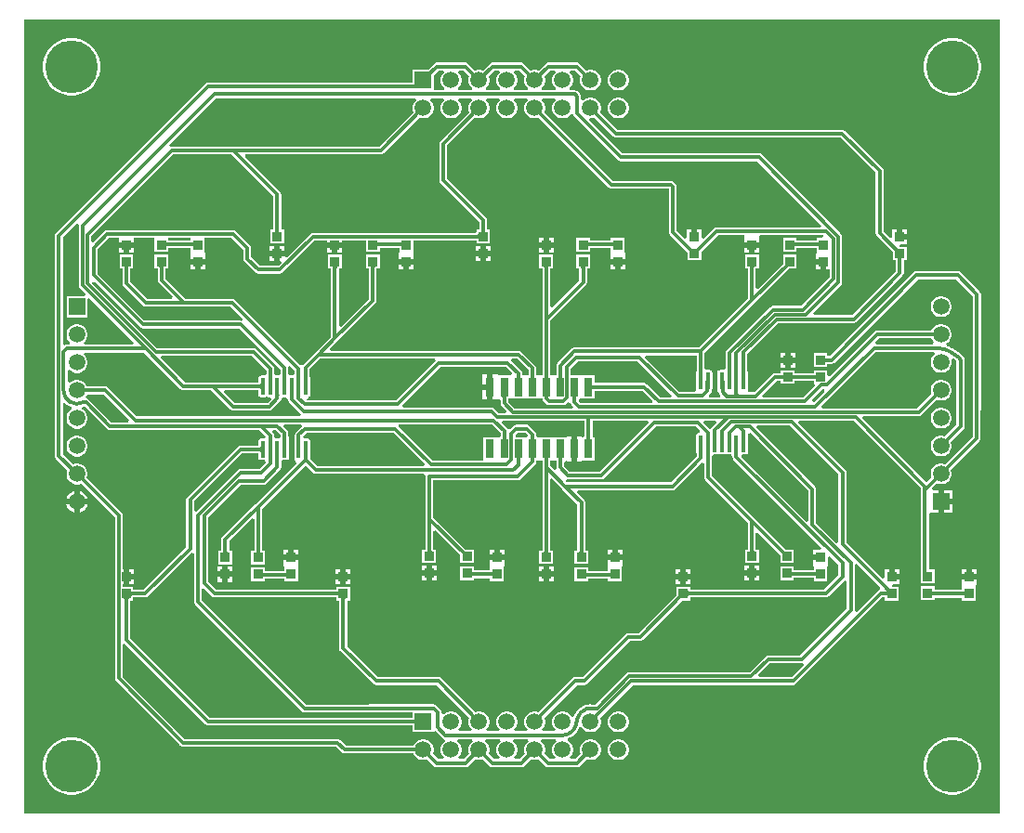
<source format=gtl>
G04*
G04 #@! TF.GenerationSoftware,Altium Limited,Altium Designer,24.5.2 (23)*
G04*
G04 Layer_Physical_Order=1*
G04 Layer_Color=255*
%FSLAX25Y25*%
%MOIN*%
G70*
G04*
G04 #@! TF.SameCoordinates,F9E145AB-4376-4A3A-B871-3CA844BA1A44*
G04*
G04*
G04 #@! TF.FilePolarity,Positive*
G04*
G01*
G75*
%ADD26R,0.02756X0.06890*%
%ADD27R,0.03150X0.06890*%
%ADD32C,0.01181*%
%ADD33R,0.03347X0.03543*%
G04:AMPARAMS|DCode=34|XSize=61.81mil|YSize=16.14mil|CornerRadius=2.02mil|HoleSize=0mil|Usage=FLASHONLY|Rotation=270.000|XOffset=0mil|YOffset=0mil|HoleType=Round|Shape=RoundedRectangle|*
%AMROUNDEDRECTD34*
21,1,0.06181,0.01211,0,0,270.0*
21,1,0.05778,0.01614,0,0,270.0*
1,1,0.00404,-0.00605,-0.02889*
1,1,0.00404,-0.00605,0.02889*
1,1,0.00404,0.00605,0.02889*
1,1,0.00404,0.00605,-0.02889*
%
%ADD34ROUNDEDRECTD34*%
%ADD35R,0.03347X0.03347*%
%ADD36R,0.03347X0.03347*%
%ADD37C,0.05906*%
%ADD38R,0.05906X0.05906*%
%ADD39R,0.05906X0.05906*%
%ADD40C,0.18898*%
%ADD41C,0.05000*%
G36*
X350575Y803D02*
X803D01*
Y285614D01*
X350575D01*
Y803D01*
D02*
G37*
%LPC*%
G36*
X199043Y270184D02*
X188728D01*
X188191Y270077D01*
X187735Y269773D01*
X185364Y267402D01*
X185329Y267422D01*
X184378Y267677D01*
X183393D01*
X182442Y267422D01*
X182407Y267402D01*
X180037Y269773D01*
X179581Y270077D01*
X179043Y270184D01*
X168728D01*
X168191Y270077D01*
X167735Y269773D01*
X165364Y267402D01*
X165330Y267422D01*
X164378Y267677D01*
X163393D01*
X162442Y267422D01*
X162408Y267402D01*
X160037Y269773D01*
X159581Y270077D01*
X159043Y270184D01*
X148728D01*
X148191Y270077D01*
X147735Y269773D01*
X145639Y267677D01*
X140146D01*
Y262980D01*
X66693D01*
X66155Y262873D01*
X65699Y262568D01*
X12168Y209037D01*
X11863Y208581D01*
X11756Y208043D01*
Y129083D01*
X11863Y128545D01*
X12168Y128089D01*
X16220Y124037D01*
X16200Y124003D01*
X15945Y123052D01*
Y122067D01*
X16200Y121115D01*
X16692Y120263D01*
X17389Y119566D01*
X18241Y119074D01*
X19193Y118819D01*
X20177D01*
X21129Y119074D01*
X21163Y119094D01*
X33233Y107024D01*
Y49256D01*
X33340Y48718D01*
X33644Y48262D01*
X56812Y25095D01*
X57267Y24791D01*
X57805Y24684D01*
X112607D01*
X114662Y22629D01*
X115118Y22324D01*
X115656Y22217D01*
X140390D01*
X140401Y22178D01*
X140893Y21326D01*
X141589Y20629D01*
X142442Y20137D01*
X143393Y19882D01*
X144378D01*
X145329Y20137D01*
X145364Y20157D01*
X147735Y17786D01*
X148191Y17481D01*
X148728Y17375D01*
X159043D01*
X159581Y17481D01*
X160037Y17786D01*
X162408Y20157D01*
X162442Y20137D01*
X163393Y19882D01*
X164378D01*
X165330Y20137D01*
X165364Y20157D01*
X167735Y17786D01*
X168191Y17481D01*
X168728Y17375D01*
X179043D01*
X179581Y17481D01*
X180037Y17786D01*
X182407Y20157D01*
X182442Y20137D01*
X183393Y19882D01*
X184378D01*
X185329Y20137D01*
X185364Y20157D01*
X187735Y17786D01*
X188191Y17481D01*
X188728Y17375D01*
X199043D01*
X199581Y17481D01*
X200037Y17786D01*
X202408Y20157D01*
X202442Y20137D01*
X203393Y19882D01*
X204378D01*
X205329Y20137D01*
X206182Y20629D01*
X206879Y21326D01*
X207371Y22178D01*
X207626Y23130D01*
Y24114D01*
X207371Y25066D01*
X206879Y25918D01*
X206182Y26615D01*
X205329Y27107D01*
X204378Y27362D01*
X203393D01*
X202442Y27107D01*
X201589Y26615D01*
X200893Y25918D01*
X200401Y25066D01*
X200146Y24114D01*
Y23130D01*
X200401Y22178D01*
X200421Y22144D01*
X198461Y20185D01*
X196851D01*
X196525Y20972D01*
X196879Y21326D01*
X197371Y22178D01*
X197626Y23130D01*
Y24114D01*
X197371Y25066D01*
X196879Y25918D01*
X196182Y26615D01*
X195750Y26864D01*
X195848Y27717D01*
X196278Y27847D01*
X197359Y28425D01*
X198306Y29202D01*
X199083Y30149D01*
X199661Y31230D01*
X199791Y31660D01*
X200528Y31780D01*
X200648Y31751D01*
X200893Y31326D01*
X201589Y30629D01*
X202442Y30137D01*
X203393Y29882D01*
X204378D01*
X205329Y30137D01*
X206182Y30629D01*
X206879Y31326D01*
X207371Y32178D01*
X207626Y33130D01*
Y34114D01*
X207371Y35066D01*
X207351Y35100D01*
X219074Y46823D01*
X276575D01*
X277112Y46930D01*
X277568Y47235D01*
X308554Y78221D01*
X309547D01*
Y77165D01*
X314469D01*
Y82087D01*
X312153D01*
X311948Y82268D01*
X311980Y82527D01*
X312363Y83055D01*
X314681D01*
Y84728D01*
X312008D01*
Y85728D01*
X311008D01*
Y88402D01*
X309335D01*
Y85315D01*
X308607Y85014D01*
X295696Y97925D01*
Y123031D01*
X295589Y123569D01*
X295285Y124025D01*
X278438Y140872D01*
X278740Y141599D01*
X298343D01*
X322414Y117528D01*
Y116830D01*
Y88287D01*
X322342D01*
Y83366D01*
X327264D01*
Y88287D01*
X325224D01*
Y108120D01*
X325699Y108710D01*
X326011Y108710D01*
X328652D01*
Y112663D01*
Y116616D01*
X326705D01*
X326379Y117403D01*
X328173Y119198D01*
X328208Y119178D01*
X329159Y118923D01*
X330144D01*
X331095Y119178D01*
X331948Y119670D01*
X332645Y120367D01*
X333137Y121220D01*
X333392Y122171D01*
Y123155D01*
X333137Y124107D01*
X333117Y124142D01*
X343478Y134502D01*
X343782Y134958D01*
X343889Y135495D01*
Y145317D01*
X343925Y145495D01*
Y187008D01*
X343818Y187546D01*
X343513Y188001D01*
X336623Y194891D01*
X336168Y195196D01*
X335630Y195303D01*
X320866D01*
X320328Y195196D01*
X319873Y194891D01*
X289871Y164889D01*
X288878D01*
Y165945D01*
X283957D01*
Y161024D01*
X288878D01*
Y162079D01*
X290453D01*
X290990Y162186D01*
X291446Y162491D01*
X321448Y192493D01*
X335048D01*
X341115Y186426D01*
Y145674D01*
X341079Y145495D01*
Y136077D01*
X331130Y126128D01*
X331095Y126148D01*
X330144Y126403D01*
X329159D01*
X328208Y126148D01*
X327355Y125656D01*
X326659Y124960D01*
X326167Y124107D01*
X325912Y123155D01*
Y122171D01*
X326167Y121220D01*
X326186Y121185D01*
X324459Y119457D01*
X301363Y142553D01*
X301665Y143280D01*
X321674D01*
X322211Y143387D01*
X322667Y143692D01*
X328173Y149198D01*
X328208Y149178D01*
X329159Y148923D01*
X330144D01*
X331095Y149178D01*
X331948Y149670D01*
X332645Y150367D01*
X333137Y151219D01*
X333392Y152171D01*
Y153156D01*
X333137Y154107D01*
X332645Y154960D01*
X331948Y155656D01*
X331095Y156148D01*
X330144Y156403D01*
X329159D01*
X328208Y156148D01*
X327355Y155656D01*
X326659Y154960D01*
X326167Y154107D01*
X325912Y153156D01*
Y152171D01*
X326167Y151219D01*
X326186Y151185D01*
X321092Y146090D01*
X286901D01*
X286600Y146818D01*
X306150Y166368D01*
X327014D01*
X327267Y165841D01*
X327269Y165828D01*
X327283Y165584D01*
X326659Y164960D01*
X326167Y164107D01*
X325912Y163155D01*
Y162171D01*
X326167Y161220D01*
X326659Y160367D01*
X327355Y159670D01*
X328208Y159178D01*
X329159Y158923D01*
X330144D01*
X331095Y159178D01*
X331948Y159670D01*
X332645Y160367D01*
X333137Y161220D01*
X333392Y162171D01*
Y163155D01*
X333231Y163756D01*
X333910Y164264D01*
X334142Y164122D01*
X335209Y163210D01*
Y140208D01*
X331130Y136128D01*
X331095Y136148D01*
X330144Y136403D01*
X329159D01*
X328208Y136148D01*
X327355Y135656D01*
X326659Y134960D01*
X326167Y134107D01*
X325912Y133156D01*
Y132171D01*
X326167Y131219D01*
X326659Y130367D01*
X327355Y129670D01*
X328208Y129178D01*
X329159Y128923D01*
X330144D01*
X331095Y129178D01*
X331948Y129670D01*
X332645Y130367D01*
X333137Y131219D01*
X333392Y132171D01*
Y133156D01*
X333137Y134107D01*
X333117Y134142D01*
X337608Y138632D01*
X337912Y139088D01*
X338019Y139626D01*
Y163326D01*
X338019Y163326D01*
X338019D01*
X338005Y163399D01*
X337926Y163994D01*
X337668Y164616D01*
X337258Y165151D01*
X337252Y165156D01*
X337238Y165177D01*
X337206Y165199D01*
X336623Y165693D01*
X335796Y166399D01*
X333837Y167600D01*
X333536Y167724D01*
X333520Y167736D01*
X332357Y168295D01*
X332270Y168317D01*
X332044Y168438D01*
X331614Y168568D01*
X331516Y169421D01*
X331948Y169670D01*
X332645Y170367D01*
X333137Y171220D01*
X333392Y172171D01*
Y173155D01*
X333137Y174107D01*
X332645Y174960D01*
X331948Y175656D01*
X331095Y176148D01*
X330144Y176403D01*
X329159D01*
X328208Y176148D01*
X327355Y175656D01*
X326659Y174960D01*
X326167Y174107D01*
X326156Y174068D01*
X306710D01*
X306172Y173961D01*
X305716Y173657D01*
X289605Y157545D01*
X288878Y157847D01*
Y159843D01*
X283957D01*
Y158802D01*
X283904Y158793D01*
X283832Y158787D01*
X277192D01*
X277119Y158793D01*
X277067Y158802D01*
Y159843D01*
X272146D01*
Y158787D01*
X270079D01*
X269541Y158680D01*
X269085Y158375D01*
X262585Y151875D01*
X260586D01*
X260553Y151911D01*
X260238Y152663D01*
X260295Y152749D01*
X260372Y153135D01*
Y158912D01*
X260295Y159298D01*
X260163Y159496D01*
Y165656D01*
X271251Y176745D01*
X298228D01*
X298766Y176852D01*
X299222Y177156D01*
X315855Y193789D01*
X316159Y194245D01*
X316266Y194783D01*
Y199213D01*
X317322D01*
Y204134D01*
X314899D01*
X314776Y204315D01*
X315194Y205102D01*
X317535D01*
Y206776D01*
X314861D01*
Y207776D01*
X313861D01*
Y210449D01*
X312188D01*
Y207362D01*
X311461Y207061D01*
X308997Y209525D01*
Y231222D01*
X308890Y231760D01*
X308585Y232216D01*
X295181Y245620D01*
X294725Y245925D01*
X294187Y246032D01*
X213778D01*
X207351Y252459D01*
X207371Y252493D01*
X207626Y253445D01*
Y254429D01*
X207371Y255381D01*
X206879Y256234D01*
X206182Y256930D01*
X205329Y257422D01*
X204378Y257677D01*
X203393D01*
X202442Y257422D01*
X201589Y256930D01*
X201236Y256576D01*
X200448Y256902D01*
Y258150D01*
X200341Y258687D01*
X200037Y259143D01*
X199328Y259852D01*
X198872Y260156D01*
X198335Y260263D01*
X196577D01*
X196372Y260617D01*
X196289Y261051D01*
X196879Y261641D01*
X197371Y262493D01*
X197626Y263445D01*
Y264429D01*
X197371Y265381D01*
X196879Y266233D01*
X196525Y266587D01*
X196851Y267375D01*
X198461D01*
X200421Y265415D01*
X200401Y265381D01*
X200146Y264429D01*
Y263445D01*
X200401Y262493D01*
X200893Y261641D01*
X201589Y260944D01*
X202442Y260452D01*
X203393Y260197D01*
X204378D01*
X205329Y260452D01*
X206182Y260944D01*
X206879Y261641D01*
X207371Y262493D01*
X207626Y263445D01*
Y264429D01*
X207371Y265381D01*
X206879Y266233D01*
X206182Y266930D01*
X205329Y267422D01*
X204378Y267677D01*
X203393D01*
X202442Y267422D01*
X202408Y267402D01*
X200037Y269773D01*
X199581Y270077D01*
X199043Y270184D01*
D02*
G37*
G36*
X214378Y267677D02*
X213393D01*
X212442Y267422D01*
X211589Y266930D01*
X210893Y266233D01*
X210401Y265381D01*
X210146Y264429D01*
Y263445D01*
X210401Y262493D01*
X210893Y261641D01*
X211589Y260944D01*
X212442Y260452D01*
X213393Y260197D01*
X214378D01*
X215330Y260452D01*
X216182Y260944D01*
X216879Y261641D01*
X217371Y262493D01*
X217626Y263445D01*
Y264429D01*
X217371Y265381D01*
X216879Y266233D01*
X216182Y266930D01*
X215330Y267422D01*
X214378Y267677D01*
D02*
G37*
G36*
X334670Y278937D02*
X332653D01*
X330676Y278544D01*
X328813Y277772D01*
X327136Y276652D01*
X325710Y275226D01*
X324590Y273550D01*
X323819Y271687D01*
X323425Y269709D01*
Y267693D01*
X323819Y265715D01*
X324590Y263852D01*
X325710Y262176D01*
X327136Y260750D01*
X328813Y259630D01*
X330676Y258858D01*
X332653Y258465D01*
X334670D01*
X336647Y258858D01*
X338510Y259630D01*
X340187Y260750D01*
X341612Y262176D01*
X342733Y263852D01*
X343504Y265715D01*
X343898Y267693D01*
Y269709D01*
X343504Y271687D01*
X342733Y273550D01*
X341612Y275226D01*
X340187Y276652D01*
X338510Y277772D01*
X336647Y278544D01*
X334670Y278937D01*
D02*
G37*
G36*
X18725D02*
X16708D01*
X14731Y278544D01*
X12868Y277772D01*
X11191Y276652D01*
X9766Y275226D01*
X8645Y273550D01*
X7874Y271687D01*
X7480Y269709D01*
Y267693D01*
X7874Y265715D01*
X8645Y263852D01*
X9766Y262176D01*
X11191Y260750D01*
X12868Y259630D01*
X14731Y258858D01*
X16708Y258465D01*
X18725D01*
X20702Y258858D01*
X22565Y259630D01*
X24242Y260750D01*
X25668Y262176D01*
X26788Y263852D01*
X27559Y265715D01*
X27953Y267693D01*
Y269709D01*
X27559Y271687D01*
X26788Y273550D01*
X25668Y275226D01*
X24242Y276652D01*
X22565Y277772D01*
X20702Y278544D01*
X18725Y278937D01*
D02*
G37*
G36*
X214378Y257677D02*
X213393D01*
X212442Y257422D01*
X211589Y256930D01*
X210893Y256234D01*
X210401Y255381D01*
X210146Y254429D01*
Y253445D01*
X210401Y252493D01*
X210893Y251641D01*
X211589Y250944D01*
X212442Y250452D01*
X213393Y250197D01*
X214378D01*
X215330Y250452D01*
X216182Y250944D01*
X216879Y251641D01*
X217371Y252493D01*
X217626Y253445D01*
Y254429D01*
X217371Y255381D01*
X216879Y256234D01*
X216182Y256930D01*
X215330Y257422D01*
X214378Y257677D01*
D02*
G37*
G36*
X317535Y210449D02*
X315861D01*
Y208776D01*
X317535D01*
Y210449D01*
D02*
G37*
G36*
X330144Y186403D02*
X329159D01*
X328208Y186148D01*
X327355Y185656D01*
X326659Y184960D01*
X326167Y184107D01*
X325912Y183156D01*
Y182171D01*
X326167Y181219D01*
X326659Y180367D01*
X327355Y179670D01*
X328208Y179178D01*
X329159Y178923D01*
X330144D01*
X331095Y179178D01*
X331948Y179670D01*
X332645Y180367D01*
X333137Y181219D01*
X333392Y182171D01*
Y183156D01*
X333137Y184107D01*
X332645Y184960D01*
X331948Y185656D01*
X331095Y186148D01*
X330144Y186403D01*
D02*
G37*
G36*
X277279Y166157D02*
X275606D01*
Y164484D01*
X277279D01*
Y166157D01*
D02*
G37*
G36*
X273606D02*
X271933D01*
Y164484D01*
X273606D01*
Y166157D01*
D02*
G37*
G36*
X277279Y162484D02*
X275606D01*
Y160811D01*
X277279D01*
Y162484D01*
D02*
G37*
G36*
X273606D02*
X271933D01*
Y160811D01*
X273606D01*
Y162484D01*
D02*
G37*
G36*
X330144Y146403D02*
X329159D01*
X328208Y146148D01*
X327355Y145656D01*
X326659Y144960D01*
X326167Y144107D01*
X325912Y143156D01*
Y142171D01*
X326167Y141219D01*
X326659Y140367D01*
X327355Y139670D01*
X328208Y139178D01*
X329159Y138923D01*
X330144D01*
X331095Y139178D01*
X331948Y139670D01*
X332645Y140367D01*
X333137Y141219D01*
X333392Y142171D01*
Y143156D01*
X333137Y144107D01*
X332645Y144960D01*
X331948Y145656D01*
X331095Y146148D01*
X330144Y146403D01*
D02*
G37*
G36*
X333605Y116616D02*
X330652D01*
Y113663D01*
X333605D01*
Y116616D01*
D02*
G37*
G36*
X20685Y116383D02*
Y113559D01*
X23509D01*
X23368Y114085D01*
X22848Y114986D01*
X22112Y115722D01*
X21211Y116242D01*
X20685Y116383D01*
D02*
G37*
G36*
X18685D02*
X18159Y116242D01*
X17258Y115722D01*
X16522Y114986D01*
X16002Y114085D01*
X15861Y113559D01*
X18685D01*
Y116383D01*
D02*
G37*
G36*
X23509Y111559D02*
X20685D01*
Y108735D01*
X21211Y108876D01*
X22112Y109396D01*
X22848Y110132D01*
X23368Y111033D01*
X23509Y111559D01*
D02*
G37*
G36*
X18685D02*
X15861D01*
X16002Y111033D01*
X16522Y110132D01*
X17258Y109396D01*
X18159Y108876D01*
X18685Y108735D01*
Y111559D01*
D02*
G37*
G36*
X333605Y111663D02*
X330652D01*
Y108710D01*
X333605D01*
Y111663D01*
D02*
G37*
G36*
X314681Y88402D02*
X313008D01*
Y86728D01*
X314681D01*
Y88402D01*
D02*
G37*
G36*
X342240D02*
X340567D01*
Y86630D01*
X342240D01*
Y88402D01*
D02*
G37*
G36*
X338567D02*
X336894D01*
Y86630D01*
X338567D01*
Y88402D01*
D02*
G37*
G36*
X342240Y84630D02*
X339567D01*
X336894D01*
Y82983D01*
X336894Y82858D01*
X337106Y82159D01*
X337106Y82071D01*
Y80932D01*
X327264D01*
Y82185D01*
X322342D01*
Y77264D01*
X327264D01*
Y78123D01*
X337106D01*
Y77165D01*
X342027D01*
X342028Y82159D01*
X342240Y82858D01*
X342240Y82983D01*
Y84630D01*
D02*
G37*
G36*
X214378Y37362D02*
X213393D01*
X212442Y37107D01*
X211589Y36615D01*
X210893Y35919D01*
X210401Y35066D01*
X210146Y34114D01*
Y33130D01*
X210401Y32178D01*
X210893Y31326D01*
X211589Y30629D01*
X212442Y30137D01*
X213393Y29882D01*
X214378D01*
X215330Y30137D01*
X216182Y30629D01*
X216879Y31326D01*
X217371Y32178D01*
X217626Y33130D01*
Y34114D01*
X217371Y35066D01*
X216879Y35919D01*
X216182Y36615D01*
X215330Y37107D01*
X214378Y37362D01*
D02*
G37*
G36*
Y27362D02*
X213393D01*
X212442Y27107D01*
X211589Y26615D01*
X210893Y25918D01*
X210401Y25066D01*
X210146Y24114D01*
Y23130D01*
X210401Y22178D01*
X210893Y21326D01*
X211589Y20629D01*
X212442Y20137D01*
X213393Y19882D01*
X214378D01*
X215330Y20137D01*
X216182Y20629D01*
X216879Y21326D01*
X217371Y22178D01*
X217626Y23130D01*
Y24114D01*
X217371Y25066D01*
X216879Y25918D01*
X216182Y26615D01*
X215330Y27107D01*
X214378Y27362D01*
D02*
G37*
G36*
X334670Y27953D02*
X332653D01*
X330676Y27559D01*
X328813Y26788D01*
X327136Y25668D01*
X325710Y24242D01*
X324590Y22565D01*
X323819Y20702D01*
X323425Y18725D01*
Y16708D01*
X323819Y14731D01*
X324590Y12868D01*
X325710Y11191D01*
X327136Y9766D01*
X328813Y8645D01*
X330676Y7874D01*
X332653Y7480D01*
X334670D01*
X336647Y7874D01*
X338510Y8645D01*
X340187Y9766D01*
X341612Y11191D01*
X342733Y12868D01*
X343504Y14731D01*
X343898Y16708D01*
Y18725D01*
X343504Y20702D01*
X342733Y22565D01*
X341612Y24242D01*
X340187Y25668D01*
X338510Y26788D01*
X336647Y27559D01*
X334670Y27953D01*
D02*
G37*
G36*
X18725D02*
X16708D01*
X14731Y27559D01*
X12868Y26788D01*
X11191Y25668D01*
X9766Y24242D01*
X8645Y22565D01*
X7874Y20702D01*
X7480Y18725D01*
Y16708D01*
X7874Y14731D01*
X8645Y12868D01*
X9766Y11191D01*
X11191Y9766D01*
X12868Y8645D01*
X14731Y7874D01*
X16708Y7480D01*
X18725D01*
X20702Y7874D01*
X22565Y8645D01*
X24242Y9766D01*
X25668Y11191D01*
X26788Y12868D01*
X27559Y14731D01*
X27953Y16708D01*
Y18725D01*
X27559Y20702D01*
X26788Y22565D01*
X25668Y24242D01*
X24242Y25668D01*
X22565Y26788D01*
X20702Y27559D01*
X18725Y27953D01*
D02*
G37*
%LPD*%
G36*
X191247Y266587D02*
X190893Y266233D01*
X190401Y265381D01*
X190146Y264429D01*
Y263445D01*
X190401Y262493D01*
X190893Y261641D01*
X191483Y261051D01*
X191400Y260617D01*
X191195Y260263D01*
X186577D01*
X186372Y260617D01*
X186289Y261051D01*
X186879Y261641D01*
X187371Y262493D01*
X187626Y263445D01*
Y264429D01*
X187371Y265381D01*
X187351Y265415D01*
X189310Y267375D01*
X190920D01*
X191247Y266587D01*
D02*
G37*
G36*
X180421Y265415D02*
X180401Y265381D01*
X180146Y264429D01*
Y263445D01*
X180401Y262493D01*
X180893Y261641D01*
X181483Y261051D01*
X181400Y260617D01*
X181195Y260263D01*
X176577D01*
X176372Y260617D01*
X176289Y261051D01*
X176879Y261641D01*
X177371Y262493D01*
X177626Y263445D01*
Y264429D01*
X177371Y265381D01*
X176879Y266233D01*
X176525Y266587D01*
X176851Y267375D01*
X178461D01*
X180421Y265415D01*
D02*
G37*
G36*
X171247Y266587D02*
X170893Y266233D01*
X170401Y265381D01*
X170146Y264429D01*
Y263445D01*
X170401Y262493D01*
X170893Y261641D01*
X171483Y261051D01*
X171400Y260617D01*
X171195Y260263D01*
X166577D01*
X166372Y260617D01*
X166289Y261051D01*
X166879Y261641D01*
X167371Y262493D01*
X167626Y263445D01*
Y264429D01*
X167371Y265381D01*
X167351Y265415D01*
X169310Y267375D01*
X170921D01*
X171247Y266587D01*
D02*
G37*
G36*
X160421Y265415D02*
X160401Y265381D01*
X160146Y264429D01*
Y263445D01*
X160401Y262493D01*
X160893Y261641D01*
X161483Y261051D01*
X161400Y260617D01*
X161195Y260263D01*
X156577D01*
X156372Y260617D01*
X156289Y261051D01*
X156879Y261641D01*
X157371Y262493D01*
X157626Y263445D01*
Y264429D01*
X157371Y265381D01*
X156879Y266233D01*
X156525Y266587D01*
X156851Y267375D01*
X158461D01*
X160421Y265415D01*
D02*
G37*
G36*
X151247Y266587D02*
X150893Y266233D01*
X150401Y265381D01*
X150146Y264429D01*
Y263445D01*
X150401Y262493D01*
X150893Y261641D01*
X151483Y261051D01*
X151400Y260617D01*
X151195Y260263D01*
X147626D01*
Y265690D01*
X149310Y267375D01*
X150920D01*
X151247Y266587D01*
D02*
G37*
G36*
X181325Y256666D02*
X180893Y256234D01*
X180401Y255381D01*
X180146Y254429D01*
Y253445D01*
X180401Y252493D01*
X180893Y251641D01*
X181589Y250944D01*
X182442Y250452D01*
X183393Y250197D01*
X184378D01*
X185329Y250452D01*
X185364Y250472D01*
X210452Y225384D01*
X210907Y225080D01*
X211445Y224973D01*
X231925D01*
Y209485D01*
X232032Y208947D01*
X232337Y208491D01*
X238681Y202147D01*
Y199213D01*
X243602D01*
Y202147D01*
X249696Y208241D01*
X259035D01*
X259138Y207496D01*
X259138Y207453D01*
Y205823D01*
X261811D01*
X264484D01*
Y207453D01*
X264484Y207496D01*
X264587Y208241D01*
X287342D01*
X287456Y208071D01*
X287035Y207283D01*
X284941D01*
Y206424D01*
X277854D01*
Y207283D01*
X272933D01*
Y202362D01*
X277854D01*
Y203615D01*
X284941D01*
Y202165D01*
X284941Y202165D01*
X284728Y201590D01*
X284728D01*
X284728Y201466D01*
Y199819D01*
X287402D01*
Y198819D01*
X288402D01*
Y196047D01*
X289646D01*
Y193208D01*
X279355Y182917D01*
X269277D01*
X268739Y182810D01*
X268283Y182505D01*
X252647Y166869D01*
X252342Y166413D01*
X252235Y165875D01*
Y160610D01*
X251686Y159921D01*
X250476D01*
X250090Y159844D01*
X249993Y159779D01*
X249596Y160044D01*
X249522Y160059D01*
Y159189D01*
X249467Y158912D01*
Y156024D01*
Y153135D01*
X249522Y152858D01*
Y151956D01*
X249622Y151967D01*
X250062Y151367D01*
X250304Y151005D01*
X250554Y150754D01*
X250253Y150027D01*
X246547D01*
X246245Y150754D01*
X246777Y151286D01*
X246878Y151437D01*
X247448Y152003D01*
X247522Y151988D01*
Y152858D01*
X247577Y153135D01*
Y156024D01*
Y158912D01*
X247522Y159189D01*
Y160059D01*
X247448Y160044D01*
X247051Y159779D01*
X246954Y159844D01*
X246568Y159921D01*
X245358D01*
X244809Y160610D01*
Y165952D01*
X262854Y183997D01*
X275117Y196260D01*
X277854D01*
Y201181D01*
X272933D01*
Y198050D01*
X263943Y189060D01*
X263216Y189362D01*
Y196135D01*
X263222Y196207D01*
X263231Y196260D01*
X264272D01*
Y201181D01*
X259350D01*
Y196260D01*
X260391D01*
X260400Y196207D01*
X260406Y196135D01*
Y185523D01*
X242822Y167939D01*
X198030D01*
X197492Y167832D01*
X197036Y167527D01*
X191991Y162482D01*
X191687Y162026D01*
X191580Y161488D01*
Y158116D01*
X190819Y158051D01*
X190181D01*
X189393Y158125D01*
Y177568D01*
X202234Y190408D01*
X202538Y190864D01*
X202645Y191402D01*
Y196135D01*
X202652Y196207D01*
X202660Y196260D01*
X203701D01*
Y201181D01*
X198780D01*
Y196260D01*
X199820D01*
X199829Y196207D01*
X199835Y196135D01*
Y191983D01*
X190121Y182269D01*
X189393Y182570D01*
Y196135D01*
X189400Y196207D01*
X189408Y196260D01*
X190453D01*
Y201181D01*
X185531D01*
Y196260D01*
X186568D01*
X186577Y196207D01*
X186583Y196135D01*
Y178150D01*
Y158107D01*
X185819Y158051D01*
X185150Y158051D01*
X184396Y158104D01*
X184389Y158176D01*
Y160519D01*
X184283Y161057D01*
X183978Y161513D01*
X179143Y166348D01*
X178687Y166652D01*
X178150Y166759D01*
X110720D01*
X110418Y167487D01*
X113198Y170266D01*
X126781Y183849D01*
X127085Y184305D01*
X127192Y184842D01*
Y196135D01*
X127199Y196207D01*
X127207Y196260D01*
X128248D01*
Y201181D01*
X123327D01*
Y196260D01*
X124367D01*
X124376Y196207D01*
X124382Y196135D01*
Y185424D01*
X114337Y175379D01*
X113610Y175680D01*
Y196135D01*
X113616Y196207D01*
X113625Y196260D01*
X114665D01*
Y201181D01*
X109744D01*
Y196260D01*
X110785D01*
X110793Y196207D01*
X110800Y196135D01*
Y171842D01*
X105306Y166348D01*
X100784Y161826D01*
X100760Y161790D01*
X99796Y161644D01*
X99789Y161646D01*
X76387Y185049D01*
X75931Y185353D01*
X75394Y185460D01*
X58653D01*
X51405Y192708D01*
Y196135D01*
X51411Y196207D01*
X51420Y196260D01*
X52460D01*
Y201181D01*
X47539D01*
Y196260D01*
X48580D01*
X48588Y196207D01*
X48595Y196135D01*
Y192126D01*
X48702Y191588D01*
X49006Y191133D01*
X53952Y186188D01*
X53650Y185460D01*
X44873D01*
X38807Y191527D01*
Y196135D01*
X38813Y196207D01*
X38822Y196260D01*
X39862D01*
Y201181D01*
X34941D01*
Y196260D01*
X35982D01*
X35990Y196207D01*
X35997Y196135D01*
Y190945D01*
X36104Y190407D01*
X36408Y189951D01*
X43298Y183062D01*
X43754Y182757D01*
X44291Y182650D01*
X74812D01*
X79305Y178157D01*
X79182Y177897D01*
X78841Y177507D01*
X78445Y177586D01*
X43889D01*
X26996Y194480D01*
Y203158D01*
X31094Y207257D01*
X34728D01*
Y205823D01*
X37402D01*
X40075D01*
Y207257D01*
X47539D01*
Y202362D01*
X52460D01*
Y203615D01*
X60532D01*
X60532Y202290D01*
X60319Y201590D01*
X60319Y201466D01*
Y199819D01*
X62992D01*
X65665D01*
Y201466D01*
X65665Y201590D01*
X65453Y202290D01*
X65453Y202378D01*
Y207257D01*
X75205D01*
X79304Y203158D01*
Y199803D01*
X79411Y199266D01*
X79715Y198810D01*
X83652Y194873D01*
X84108Y194568D01*
X84646Y194461D01*
X92520D01*
X93057Y194568D01*
X93513Y194873D01*
X105011Y206371D01*
X109531D01*
Y205823D01*
X112205D01*
X114878D01*
Y206371D01*
X123327D01*
Y202362D01*
X128248D01*
Y203615D01*
X135335D01*
X135335Y202290D01*
X135122Y201590D01*
X135122Y201466D01*
Y199819D01*
X137795D01*
X140469D01*
Y201466D01*
X140469Y201590D01*
X140256Y202290D01*
X140256Y202378D01*
Y206371D01*
X162768D01*
X162841Y206364D01*
X162894Y206356D01*
Y205315D01*
X167815D01*
Y210236D01*
X166759D01*
Y213583D01*
X166652Y214120D01*
X166348Y214576D01*
X152494Y228430D01*
Y240559D01*
X162408Y250472D01*
X162442Y250452D01*
X163393Y250197D01*
X164378D01*
X165330Y250452D01*
X166182Y250944D01*
X166879Y251641D01*
X167371Y252493D01*
X167626Y253445D01*
Y254429D01*
X167371Y255381D01*
X166879Y256234D01*
X166446Y256666D01*
X166772Y257453D01*
X170999D01*
X171325Y256666D01*
X170893Y256234D01*
X170401Y255381D01*
X170146Y254429D01*
Y253445D01*
X170401Y252493D01*
X170893Y251641D01*
X171589Y250944D01*
X172442Y250452D01*
X173393Y250197D01*
X174378D01*
X175329Y250452D01*
X176182Y250944D01*
X176879Y251641D01*
X177371Y252493D01*
X177626Y253445D01*
Y254429D01*
X177371Y255381D01*
X176879Y256234D01*
X176446Y256666D01*
X176772Y257453D01*
X180999D01*
X181325Y256666D01*
D02*
G37*
G36*
X161325D02*
X160893Y256234D01*
X160401Y255381D01*
X160146Y254429D01*
Y253445D01*
X160401Y252493D01*
X160421Y252459D01*
X150096Y242134D01*
X149791Y241678D01*
X149685Y241141D01*
Y227848D01*
X149791Y227310D01*
X150096Y226854D01*
X163949Y213001D01*
Y210236D01*
X162894D01*
Y209196D01*
X162841Y209187D01*
X162768Y209180D01*
X104429D01*
X103892Y209074D01*
X103436Y208769D01*
X94936Y200270D01*
X94209Y200571D01*
Y200674D01*
X92535D01*
Y199001D01*
X92638D01*
X92940Y198273D01*
X91938Y197271D01*
X85228D01*
X82114Y200385D01*
Y203740D01*
X82007Y204278D01*
X81702Y204734D01*
X76781Y209655D01*
X76325Y209959D01*
X75787Y210066D01*
X30512D01*
X29974Y209959D01*
X29518Y209655D01*
X25467Y205604D01*
X24740Y205905D01*
Y207792D01*
X54161Y237213D01*
X75204D01*
X90131Y222287D01*
Y210237D01*
X89075D01*
Y205316D01*
X93996D01*
Y210237D01*
X92940D01*
Y222869D01*
X92833Y223407D01*
X92529Y223863D01*
X79906Y236486D01*
X80207Y237213D01*
X128567D01*
X129105Y237320D01*
X129560Y237625D01*
X142408Y250472D01*
X142442Y250452D01*
X143393Y250197D01*
X144378D01*
X145329Y250452D01*
X146182Y250944D01*
X146879Y251641D01*
X147371Y252493D01*
X147626Y253445D01*
Y254429D01*
X147371Y255381D01*
X146879Y256234D01*
X146446Y256666D01*
X146773Y257453D01*
X150999D01*
X151325Y256666D01*
X150893Y256234D01*
X150401Y255381D01*
X150146Y254429D01*
Y253445D01*
X150401Y252493D01*
X150893Y251641D01*
X151589Y250944D01*
X152442Y250452D01*
X153393Y250197D01*
X154378D01*
X155330Y250452D01*
X156182Y250944D01*
X156879Y251641D01*
X157371Y252493D01*
X157626Y253445D01*
Y254429D01*
X157371Y255381D01*
X156879Y256234D01*
X156446Y256666D01*
X156772Y257453D01*
X160999D01*
X161325Y256666D01*
D02*
G37*
G36*
X141325D02*
X140893Y256234D01*
X140401Y255381D01*
X140146Y254429D01*
Y253445D01*
X140401Y252493D01*
X140421Y252459D01*
X127985Y240023D01*
X53579D01*
X53041Y239916D01*
X52584Y240558D01*
X69480Y257453D01*
X140999D01*
X141325Y256666D01*
D02*
G37*
G36*
X191325D02*
X190893Y256234D01*
X190401Y255381D01*
X190146Y254429D01*
Y253445D01*
X190401Y252493D01*
X190893Y251641D01*
X191589Y250944D01*
X192442Y250452D01*
X193393Y250197D01*
X194378D01*
X195329Y250452D01*
X196182Y250944D01*
X196879Y251641D01*
X196890Y251659D01*
X197720Y251522D01*
X197745Y251394D01*
X198050Y250938D01*
X213761Y235227D01*
X214216Y234923D01*
X214754Y234816D01*
X263672D01*
X286709Y211778D01*
X286408Y211051D01*
X249114D01*
X248576Y210944D01*
X248121Y210639D01*
X244542Y207061D01*
X243815Y207362D01*
Y210450D01*
X242142D01*
Y207776D01*
X240142D01*
Y210450D01*
X238469D01*
Y207362D01*
X237741Y207061D01*
X234735Y210067D01*
Y225686D01*
X234628Y226224D01*
X234324Y226679D01*
X233632Y227371D01*
X233176Y227676D01*
X232639Y227783D01*
X212027D01*
X187351Y252459D01*
X187371Y252493D01*
X187626Y253445D01*
Y254429D01*
X187371Y255381D01*
X186879Y256234D01*
X186446Y256666D01*
X186773Y257453D01*
X190999D01*
X191325Y256666D01*
D02*
G37*
G36*
X163705Y206594D02*
X163693Y206707D01*
X163657Y206807D01*
X163598Y206896D01*
X163514Y206972D01*
X163407Y207037D01*
X163276Y207090D01*
X163120Y207132D01*
X162942Y207161D01*
X162739Y207179D01*
X162512Y207185D01*
Y208366D01*
X162739Y208372D01*
X162942Y208390D01*
X163120Y208419D01*
X163276Y208461D01*
X163407Y208514D01*
X163514Y208579D01*
X163598Y208656D01*
X163657Y208744D01*
X163693Y208844D01*
X163705Y208957D01*
Y206594D01*
D02*
G37*
G36*
X60532Y206424D02*
X52460D01*
Y207257D01*
X60532D01*
Y206424D01*
D02*
G37*
G36*
X262880Y197059D02*
X262779Y197023D01*
X262691Y196964D01*
X262614Y196880D01*
X262549Y196773D01*
X262496Y196642D01*
X262455Y196487D01*
X262425Y196308D01*
X262407Y196105D01*
X262402Y195878D01*
X261221D01*
X261215Y196105D01*
X261197Y196308D01*
X261167Y196487D01*
X261126Y196642D01*
X261073Y196773D01*
X261008Y196880D01*
X260931Y196964D01*
X260842Y197023D01*
X260742Y197059D01*
X260630Y197071D01*
X262992D01*
X262880Y197059D01*
D02*
G37*
G36*
X202309D02*
X202209Y197023D01*
X202120Y196964D01*
X202044Y196880D01*
X201978Y196773D01*
X201925Y196642D01*
X201884Y196487D01*
X201854Y196308D01*
X201837Y196105D01*
X201831Y195878D01*
X200650D01*
X200644Y196105D01*
X200626Y196308D01*
X200597Y196487D01*
X200555Y196642D01*
X200502Y196773D01*
X200437Y196880D01*
X200360Y196964D01*
X200272Y197023D01*
X200171Y197059D01*
X200059Y197071D01*
X202421D01*
X202309Y197059D01*
D02*
G37*
G36*
X189057D02*
X188957Y197023D01*
X188868Y196964D01*
X188792Y196880D01*
X188726Y196773D01*
X188673Y196642D01*
X188632Y196487D01*
X188602Y196308D01*
X188585Y196105D01*
X188579Y195878D01*
X187398D01*
X187392Y196105D01*
X187374Y196308D01*
X187345Y196487D01*
X187303Y196642D01*
X187250Y196773D01*
X187185Y196880D01*
X187108Y196964D01*
X187020Y197023D01*
X186919Y197059D01*
X186807Y197071D01*
X189169D01*
X189057Y197059D01*
D02*
G37*
G36*
X126856D02*
X126756Y197023D01*
X126667Y196964D01*
X126590Y196880D01*
X126525Y196773D01*
X126472Y196642D01*
X126431Y196487D01*
X126401Y196308D01*
X126384Y196105D01*
X126378Y195878D01*
X125197D01*
X125191Y196105D01*
X125173Y196308D01*
X125144Y196487D01*
X125102Y196642D01*
X125049Y196773D01*
X124984Y196880D01*
X124907Y196964D01*
X124819Y197023D01*
X124718Y197059D01*
X124606Y197071D01*
X126968D01*
X126856Y197059D01*
D02*
G37*
G36*
X113274D02*
X113173Y197023D01*
X113085Y196964D01*
X113008Y196880D01*
X112943Y196773D01*
X112890Y196642D01*
X112848Y196487D01*
X112819Y196308D01*
X112801Y196105D01*
X112795Y195878D01*
X111614D01*
X111608Y196105D01*
X111591Y196308D01*
X111561Y196487D01*
X111520Y196642D01*
X111467Y196773D01*
X111402Y196880D01*
X111325Y196964D01*
X111236Y197023D01*
X111136Y197059D01*
X111024Y197071D01*
X113386D01*
X113274Y197059D01*
D02*
G37*
G36*
X51069D02*
X50968Y197023D01*
X50880Y196964D01*
X50803Y196880D01*
X50738Y196773D01*
X50685Y196642D01*
X50643Y196487D01*
X50614Y196308D01*
X50596Y196105D01*
X50590Y195878D01*
X49409D01*
X49403Y196105D01*
X49386Y196308D01*
X49356Y196487D01*
X49315Y196642D01*
X49262Y196773D01*
X49197Y196880D01*
X49120Y196964D01*
X49031Y197023D01*
X48931Y197059D01*
X48819Y197071D01*
X51181D01*
X51069Y197059D01*
D02*
G37*
G36*
X38471D02*
X38370Y197023D01*
X38282Y196964D01*
X38205Y196880D01*
X38140Y196773D01*
X38087Y196642D01*
X38045Y196487D01*
X38016Y196308D01*
X37998Y196105D01*
X37992Y195878D01*
X36811D01*
X36805Y196105D01*
X36787Y196308D01*
X36758Y196487D01*
X36716Y196642D01*
X36663Y196773D01*
X36598Y196880D01*
X36522Y196964D01*
X36433Y197023D01*
X36333Y197059D01*
X36220Y197071D01*
X38583D01*
X38471Y197059D01*
D02*
G37*
G36*
X212203Y243633D02*
X212658Y243329D01*
X213196Y243222D01*
X293605D01*
X306187Y230640D01*
Y208943D01*
X306294Y208405D01*
X306598Y207949D01*
X312401Y202147D01*
Y199213D01*
X313456D01*
Y195365D01*
X297646Y179555D01*
X283948D01*
X283647Y180282D01*
X293726Y190361D01*
X294030Y190817D01*
X294137Y191354D01*
Y207742D01*
X294030Y208280D01*
X293726Y208736D01*
X265248Y237214D01*
X264792Y237519D01*
X264254Y237625D01*
X215336D01*
X203552Y249410D01*
X203878Y250197D01*
X204378D01*
X205329Y250452D01*
X205364Y250472D01*
X212203Y243633D01*
D02*
G37*
G36*
X326167Y171220D02*
X326659Y170367D01*
X327060Y169965D01*
X326734Y169178D01*
X306325D01*
X305999Y169965D01*
X307292Y171258D01*
X326156D01*
X326167Y171220D01*
D02*
G37*
G36*
X20356Y212152D02*
X20249Y211614D01*
Y190212D01*
X20356Y189674D01*
X20660Y189219D01*
X22792Y187087D01*
X22466Y186299D01*
X15945D01*
Y178819D01*
X23425D01*
Y185340D01*
X24213Y185666D01*
X40187Y169692D01*
X39886Y168964D01*
X22436D01*
X22423Y168982D01*
X22167Y169751D01*
X22678Y170263D01*
X23170Y171115D01*
X23425Y172067D01*
Y173052D01*
X23170Y174003D01*
X22678Y174856D01*
X21982Y175552D01*
X21129Y176044D01*
X20177Y176299D01*
X19193D01*
X18241Y176044D01*
X17389Y175552D01*
X16692Y174856D01*
X16200Y174003D01*
X15945Y173052D01*
Y172067D01*
X16200Y171115D01*
X16692Y170263D01*
X17203Y169751D01*
X16948Y168982D01*
X16934Y168964D01*
X15949D01*
X15412Y168857D01*
X15354Y168818D01*
X14566Y169239D01*
Y207461D01*
X19714Y212609D01*
X20356Y212152D01*
D02*
G37*
G36*
X254232Y160075D02*
X254288Y159288D01*
X254309Y159197D01*
X254333Y159128D01*
X254360Y159082D01*
X254391Y159058D01*
X252889D01*
X252920Y159082D01*
X252947Y159128D01*
X252971Y159197D01*
X252992Y159288D01*
X253010Y159401D01*
X253035Y159694D01*
X253048Y160075D01*
X253049Y160299D01*
X254231D01*
X254232Y160075D01*
D02*
G37*
G36*
X56857Y153022D02*
X57312Y152718D01*
X57850Y152611D01*
X67843D01*
X74794Y145660D01*
X75250Y145355D01*
X75787Y145249D01*
X88583D01*
X89120Y145355D01*
X89576Y145660D01*
X92535Y148619D01*
X92840Y149075D01*
X92922Y149491D01*
X92957Y149622D01*
X93495Y150118D01*
X94706D01*
X95255Y149429D01*
Y149403D01*
X95362Y148866D01*
X95666Y148410D01*
X100061Y144015D01*
X100051Y143860D01*
X99804Y143228D01*
X41161D01*
X30836Y153552D01*
X30380Y153857D01*
X29842Y153964D01*
X23181D01*
X23170Y154003D01*
X22678Y154856D01*
X21982Y155552D01*
X21129Y156044D01*
X20177Y156299D01*
X19193D01*
X18241Y156044D01*
X17389Y155552D01*
X17035Y155198D01*
X16248Y155524D01*
Y159594D01*
X17035Y159920D01*
X17389Y159566D01*
X18241Y159074D01*
X19193Y158819D01*
X20177D01*
X21129Y159074D01*
X21982Y159566D01*
X22678Y160263D01*
X23170Y161115D01*
X23425Y162067D01*
Y163051D01*
X23170Y164003D01*
X22678Y164856D01*
X22167Y165367D01*
X22423Y166136D01*
X22436Y166154D01*
X43725D01*
X56857Y153022D01*
D02*
G37*
G36*
X181580Y159937D02*
Y158176D01*
X181573Y158104D01*
X180819Y158051D01*
X180150Y158051D01*
X179396Y158104D01*
X179390Y158176D01*
Y158630D01*
X179283Y159167D01*
X178978Y159623D01*
X175439Y163162D01*
X175765Y163949D01*
X177568D01*
X181580Y159937D01*
D02*
G37*
G36*
X175789Y158839D02*
X175785Y158596D01*
X175392Y158193D01*
X175031Y158051D01*
X171062D01*
X170362Y158264D01*
X170120Y158264D01*
X168788D01*
Y153819D01*
Y149374D01*
X170120D01*
X170362Y149374D01*
X170799Y149507D01*
X170811Y149507D01*
X170820Y149507D01*
X171296Y149233D01*
X171580Y148805D01*
Y147882D01*
X171687Y147344D01*
X171991Y146888D01*
X173743Y145136D01*
X173442Y144409D01*
X170979D01*
X169422Y145966D01*
X168966Y146270D01*
X168429Y146377D01*
X136575D01*
X136248Y147165D01*
X150080Y160997D01*
X173631D01*
X175789Y158839D01*
D02*
G37*
G36*
X97814Y159648D02*
Y158602D01*
X97265Y157913D01*
X96055D01*
X95506Y158602D01*
Y160525D01*
X95427Y160922D01*
X95816Y161262D01*
X96076Y161386D01*
X97814Y159648D01*
D02*
G37*
G36*
X42314Y175188D02*
X42769Y174883D01*
X43307Y174776D01*
X77863D01*
X92696Y159943D01*
Y158602D01*
X92147Y157913D01*
X90936D01*
X90387Y158602D01*
Y160328D01*
X90281Y160866D01*
X89976Y161322D01*
X83966Y167332D01*
X83510Y167637D01*
X82973Y167744D01*
X48487D01*
X25171Y191059D01*
X25197Y191191D01*
X26051Y191450D01*
X42314Y175188D01*
D02*
G37*
G36*
X183581Y158206D02*
X183599Y158003D01*
X183628Y157824D01*
X183670Y157669D01*
X183723Y157538D01*
X183788Y157431D01*
X183864Y157347D01*
X183953Y157288D01*
X184054Y157252D01*
X184166Y157240D01*
X181804D01*
X181916Y157252D01*
X182016Y157288D01*
X182105Y157347D01*
X182181Y157431D01*
X182246Y157538D01*
X182299Y157669D01*
X182341Y157824D01*
X182370Y158003D01*
X182388Y158206D01*
X182394Y158433D01*
X183575D01*
X183581Y158206D01*
D02*
G37*
G36*
X178581D02*
X178599Y158003D01*
X178628Y157824D01*
X178670Y157669D01*
X178723Y157538D01*
X178788Y157431D01*
X178865Y157347D01*
X178953Y157288D01*
X179053Y157252D01*
X179166Y157240D01*
X176804D01*
X176916Y157252D01*
X177016Y157288D01*
X177105Y157347D01*
X177181Y157431D01*
X177246Y157538D01*
X177299Y157669D01*
X177341Y157824D01*
X177370Y158003D01*
X177388Y158206D01*
X177394Y158433D01*
X178575D01*
X178581Y158206D01*
D02*
G37*
G36*
X99811Y158067D02*
X99867Y157280D01*
X99888Y157189D01*
X99912Y157121D01*
X99939Y157074D01*
X99969Y157050D01*
X98468D01*
X98499Y157074D01*
X98526Y157121D01*
X98550Y157189D01*
X98571Y157280D01*
X98588Y157393D01*
X98614Y157686D01*
X98627Y158067D01*
X98628Y158291D01*
X99809D01*
X99811Y158067D01*
D02*
G37*
G36*
X94693D02*
X94749Y157280D01*
X94770Y157189D01*
X94794Y157121D01*
X94821Y157074D01*
X94851Y157050D01*
X93350D01*
X93380Y157074D01*
X93408Y157121D01*
X93432Y157189D01*
X93453Y157280D01*
X93470Y157393D01*
X93496Y157686D01*
X93509Y158067D01*
X93510Y158291D01*
X94691D01*
X94693Y158067D01*
D02*
G37*
G36*
X89575D02*
X89631Y157280D01*
X89652Y157189D01*
X89675Y157121D01*
X89703Y157074D01*
X89733Y157050D01*
X88232D01*
X88262Y157074D01*
X88290Y157121D01*
X88314Y157189D01*
X88334Y157280D01*
X88352Y157393D01*
X88378Y157686D01*
X88390Y158067D01*
X88392Y158291D01*
X89573D01*
X89575Y158067D01*
D02*
G37*
G36*
X284768Y156201D02*
X284756Y156313D01*
X284720Y156413D01*
X284661Y156502D01*
X284577Y156579D01*
X284470Y156644D01*
X284339Y156697D01*
X284184Y156738D01*
X284004Y156768D01*
X283802Y156785D01*
X283575Y156791D01*
Y157972D01*
X283802Y157978D01*
X284004Y157996D01*
X284184Y158026D01*
X284339Y158067D01*
X284470Y158120D01*
X284577Y158185D01*
X284661Y158262D01*
X284720Y158350D01*
X284756Y158451D01*
X284768Y158563D01*
Y156201D01*
D02*
G37*
G36*
X276268Y158451D02*
X276303Y158350D01*
X276363Y158262D01*
X276446Y158185D01*
X276554Y158120D01*
X276685Y158067D01*
X276840Y158026D01*
X277019Y157996D01*
X277222Y157978D01*
X277449Y157972D01*
Y156791D01*
X277222Y156785D01*
X277019Y156768D01*
X276840Y156738D01*
X276685Y156697D01*
X276554Y156644D01*
X276446Y156579D01*
X276363Y156502D01*
X276303Y156413D01*
X276268Y156313D01*
X276255Y156201D01*
Y158563D01*
X276268Y158451D01*
D02*
G37*
G36*
X87578Y159747D02*
Y158602D01*
X87029Y157913D01*
X85818D01*
X85432Y157836D01*
X85105Y157618D01*
X84886Y157290D01*
X84810Y156904D01*
Y155435D01*
X84761Y155427D01*
X84688Y155421D01*
X58432D01*
X49646Y164206D01*
X49948Y164934D01*
X82390D01*
X87578Y159747D01*
D02*
G37*
G36*
X283904Y155971D02*
X283957Y155962D01*
Y154921D01*
X284172D01*
X284474Y154194D01*
X280307Y150027D01*
X265739D01*
X265438Y150754D01*
X270661Y155977D01*
X272146D01*
Y154921D01*
X277067D01*
Y155962D01*
X277119Y155971D01*
X277192Y155977D01*
X283832D01*
X283904Y155971D01*
D02*
G37*
G36*
X85625Y152835D02*
X85613Y152947D01*
X85577Y153047D01*
X85517Y153136D01*
X85434Y153213D01*
X85326Y153278D01*
X85195Y153331D01*
X85040Y153372D01*
X84861Y153402D01*
X84658Y153419D01*
X84432Y153425D01*
Y154606D01*
X84658Y154612D01*
X84861Y154630D01*
X85040Y154659D01*
X85195Y154701D01*
X85326Y154754D01*
X85434Y154819D01*
X85517Y154896D01*
X85577Y154984D01*
X85613Y155085D01*
X85625Y155197D01*
Y152835D01*
D02*
G37*
G36*
X241999Y159496D02*
X241867Y159298D01*
X241790Y158912D01*
Y153135D01*
X241860Y152783D01*
X241863Y152743D01*
X241423Y151996D01*
X235818D01*
X223412Y164401D01*
X223714Y165129D01*
X241999D01*
Y159496D01*
D02*
G37*
G36*
X233085Y150754D02*
X232784Y150027D01*
X228928D01*
X224143Y154812D01*
X223687Y155117D01*
X223150Y155224D01*
X205544D01*
Y158051D01*
X200819D01*
Y158051D01*
X200150D01*
Y158051D01*
X196858D01*
Y160422D01*
X199401Y162965D01*
X220875D01*
X233085Y150754D01*
D02*
G37*
G36*
X99939Y150958D02*
X99912Y150913D01*
X99888Y150847D01*
X99867Y150760D01*
X99849Y150652D01*
X99824Y150373D01*
X99811Y150010D01*
X99809Y149797D01*
X98628D01*
X98627Y150010D01*
X98571Y150760D01*
X98550Y150847D01*
X98526Y150913D01*
X98499Y150958D01*
X98468Y150982D01*
X99969D01*
X99939Y150958D01*
D02*
G37*
G36*
X97380Y150957D02*
X97353Y150911D01*
X97329Y150842D01*
X97308Y150751D01*
X97290Y150638D01*
X97265Y150346D01*
X97252Y149964D01*
X97250Y149741D01*
X96069D01*
X96068Y149964D01*
X96012Y150751D01*
X95991Y150842D01*
X95967Y150911D01*
X95940Y150957D01*
X95909Y150982D01*
X97410D01*
X97380Y150957D01*
D02*
G37*
G36*
X92262D02*
X92235Y150911D01*
X92211Y150842D01*
X92190Y150751D01*
X92172Y150638D01*
X92147Y150346D01*
X92134Y149964D01*
X92132Y149741D01*
X90951D01*
X90949Y149964D01*
X90894Y150751D01*
X90873Y150842D01*
X90849Y150911D01*
X90821Y150957D01*
X90791Y150982D01*
X92292D01*
X92262Y150957D01*
D02*
G37*
G36*
X226196Y148786D02*
X225894Y148058D01*
X200385D01*
X199644Y148799D01*
X199718Y148978D01*
X200150Y149587D01*
X200819D01*
Y149587D01*
X205544D01*
Y152414D01*
X222568D01*
X226196Y148786D01*
D02*
G37*
G36*
X186694Y149069D02*
X186999Y148613D01*
X187983Y147629D01*
X188439Y147324D01*
X188976Y147217D01*
X194153D01*
X194691Y147324D01*
X195146Y147629D01*
X195812Y148294D01*
X196667Y148035D01*
X196687Y147934D01*
X196991Y147479D01*
X197652Y146818D01*
X197351Y146090D01*
X176763D01*
X174390Y148463D01*
Y149461D01*
X174396Y149534D01*
X175150Y149587D01*
X175819D01*
Y149587D01*
X180150D01*
Y149587D01*
X180819D01*
Y149587D01*
X185150D01*
Y149587D01*
X185819D01*
Y149587D01*
X186591D01*
X186694Y149069D01*
D02*
G37*
G36*
X174054Y150386D02*
X173953Y150350D01*
X173864Y150291D01*
X173788Y150207D01*
X173723Y150100D01*
X173670Y149969D01*
X173628Y149813D01*
X173599Y149634D01*
X173581Y149432D01*
X173575Y149205D01*
X172394D01*
X172388Y149432D01*
X172370Y149634D01*
X172341Y149813D01*
X172300Y149969D01*
X172246Y150100D01*
X172181Y150207D01*
X172105Y150291D01*
X172016Y150350D01*
X171916Y150386D01*
X171803Y150398D01*
X174166D01*
X174054Y150386D01*
D02*
G37*
G36*
X148272Y163162D02*
X134153Y149043D01*
X102404D01*
X102195Y149331D01*
X102278Y149680D01*
X102569Y150155D01*
X102769Y150195D01*
X103096Y150414D01*
X103315Y150741D01*
X103392Y151127D01*
Y156904D01*
X103315Y157290D01*
X103183Y157488D01*
Y160251D01*
X106881Y163949D01*
X147946D01*
X148272Y163162D01*
D02*
G37*
G36*
X287565Y152871D02*
X287843Y152034D01*
X284068Y148260D01*
X283679Y148312D01*
X283397Y149144D01*
X287180Y152927D01*
X287565Y152871D01*
D02*
G37*
G36*
X84761Y152604D02*
X84810Y152596D01*
Y151127D01*
X84886Y150741D01*
X85105Y150414D01*
X85432Y150195D01*
X85818Y150118D01*
X87029D01*
X87415Y150195D01*
X87703Y150388D01*
X87991Y150195D01*
X88377Y150118D01*
X88947D01*
X89273Y149331D01*
X88001Y148058D01*
X76369D01*
X72544Y151883D01*
X72846Y152611D01*
X84688D01*
X84761Y152604D01*
D02*
G37*
G36*
X38519Y141896D02*
X38217Y141169D01*
X32078D01*
X23888Y149359D01*
X23432Y149664D01*
X23232Y149703D01*
X23116Y149821D01*
X22858Y150395D01*
X22852Y150503D01*
X23349Y151154D01*
X29261D01*
X38519Y141896D01*
D02*
G37*
G36*
X249121Y140872D02*
X247529Y139279D01*
X247345Y139004D01*
X246665Y138818D01*
X246420Y138816D01*
X244364Y140872D01*
X244665Y141599D01*
X248819D01*
X249121Y140872D01*
D02*
G37*
G36*
X246524Y137168D02*
X246553Y136806D01*
X246570Y136713D01*
X246591Y136634D01*
X246616Y136570D01*
X246645Y136519D01*
X246677Y136482D01*
X246713Y136459D01*
X245212D01*
X245237Y136477D01*
X245259Y136511D01*
X245278Y136559D01*
X245295Y136622D01*
X245309Y136700D01*
X245321Y136793D01*
X245336Y137025D01*
X245341Y137317D01*
X246522D01*
X246524Y137168D01*
D02*
G37*
G36*
X224696Y140872D02*
X207277Y123452D01*
X196448D01*
X194389Y125511D01*
Y126561D01*
X194673Y126989D01*
X195149Y127262D01*
X195158Y127263D01*
X195170Y127263D01*
X195607Y127130D01*
X195849Y127130D01*
X196985D01*
Y131575D01*
Y136020D01*
X195849D01*
X195607Y136020D01*
X194907Y135807D01*
X190819D01*
Y135807D01*
X190150D01*
Y135807D01*
X185819D01*
Y135807D01*
X185263D01*
X184476Y136081D01*
Y136811D01*
X184369Y137349D01*
X184064Y137804D01*
X182096Y139773D01*
X181640Y140077D01*
X181102Y140184D01*
X177165D01*
X176628Y140077D01*
X176172Y139773D01*
X175067Y138668D01*
X174888Y138647D01*
X174114Y138829D01*
X173978Y139032D01*
X172139Y140872D01*
X172440Y141599D01*
X201777D01*
Y136364D01*
X201299Y135886D01*
X200989Y135829D01*
X200362Y136020D01*
X200120Y136020D01*
X198985D01*
Y131575D01*
Y127130D01*
X200120D01*
X200362Y127130D01*
X201062Y127342D01*
X201150D01*
X205544D01*
Y135807D01*
X204586D01*
Y141599D01*
X224395D01*
X224696Y140872D01*
D02*
G37*
G36*
X181300Y136594D02*
X181230Y136424D01*
X180819Y135807D01*
X180150D01*
Y135807D01*
X177032D01*
X176967Y136594D01*
X177747Y137375D01*
X180520D01*
X181300Y136594D01*
D02*
G37*
G36*
X171580Y137457D02*
Y135872D01*
X170819Y135807D01*
X170150D01*
Y135807D01*
X165426D01*
Y127389D01*
X147236D01*
X134994Y139630D01*
X135137Y140187D01*
X135296Y140418D01*
X168619D01*
X171580Y137457D01*
D02*
G37*
G36*
X92696Y136617D02*
Y136004D01*
X92147Y135315D01*
X90936D01*
X90387Y136004D01*
Y136411D01*
X90281Y136949D01*
X89976Y137405D01*
X89749Y137631D01*
X90051Y138359D01*
X90953D01*
X92696Y136617D01*
D02*
G37*
G36*
X94693Y135469D02*
X94749Y134682D01*
X94770Y134591D01*
X94794Y134522D01*
X94821Y134476D01*
X94851Y134451D01*
X93350D01*
X93380Y134476D01*
X93408Y134522D01*
X93432Y134591D01*
X93453Y134682D01*
X93470Y134795D01*
X93496Y135087D01*
X93509Y135469D01*
X93510Y135693D01*
X94691D01*
X94693Y135469D01*
D02*
G37*
G36*
X89575D02*
X89631Y134682D01*
X89652Y134591D01*
X89675Y134522D01*
X89703Y134476D01*
X89733Y134451D01*
X88232D01*
X88262Y134476D01*
X88290Y134522D01*
X88314Y134591D01*
X88334Y134682D01*
X88352Y134795D01*
X88378Y135087D01*
X88390Y135469D01*
X88392Y135693D01*
X89573D01*
X89575Y135469D01*
D02*
G37*
G36*
X85625Y130236D02*
X85613Y130348D01*
X85577Y130449D01*
X85517Y130537D01*
X85434Y130614D01*
X85326Y130679D01*
X85195Y130732D01*
X85040Y130774D01*
X84861Y130803D01*
X84658Y130821D01*
X84432Y130827D01*
Y132008D01*
X84658Y132014D01*
X84861Y132032D01*
X85040Y132061D01*
X85195Y132102D01*
X85326Y132156D01*
X85434Y132220D01*
X85517Y132297D01*
X85577Y132386D01*
X85613Y132486D01*
X85625Y132598D01*
Y130236D01*
D02*
G37*
G36*
X256919Y130367D02*
X256892Y130320D01*
X256868Y130252D01*
X256847Y130161D01*
X256830Y130048D01*
X256804Y129755D01*
X256791Y129374D01*
X256790Y129150D01*
X255609D01*
X255607Y129374D01*
X255551Y130161D01*
X255530Y130252D01*
X255506Y130320D01*
X255479Y130367D01*
X255449Y130391D01*
X256950D01*
X256919Y130367D01*
D02*
G37*
G36*
X246683D02*
X246656Y130320D01*
X246632Y130252D01*
X246611Y130161D01*
X246593Y130048D01*
X246568Y129755D01*
X246555Y129374D01*
X246553Y129150D01*
X245372D01*
X245371Y129374D01*
X245315Y130161D01*
X245294Y130252D01*
X245270Y130320D01*
X245243Y130367D01*
X245212Y130391D01*
X246713D01*
X246683Y130367D01*
D02*
G37*
G36*
X100100Y140187D02*
X100242Y139630D01*
X98225Y137614D01*
X97921Y137158D01*
X97814Y136620D01*
Y136225D01*
X97660Y136030D01*
Y134583D01*
X97605Y134306D01*
Y131417D01*
Y128528D01*
X97660Y128252D01*
Y127382D01*
X97734Y127397D01*
X98083Y127266D01*
X98282Y126351D01*
X83652Y111722D01*
X71841Y99911D01*
X71537Y99455D01*
X71430Y98917D01*
Y95204D01*
X71423Y95131D01*
X71415Y95079D01*
X70374D01*
Y90158D01*
X75295D01*
Y95079D01*
X74255D01*
X74246Y95131D01*
X74240Y95204D01*
Y98335D01*
X82513Y106609D01*
X83241Y106308D01*
Y95204D01*
X83234Y95131D01*
X83226Y95079D01*
X82185D01*
Y90158D01*
X87106D01*
Y95079D01*
X86066D01*
X86057Y95131D01*
X86051Y95204D01*
Y110146D01*
X101624Y125720D01*
X104322Y123022D01*
X104777Y122718D01*
X105315Y122611D01*
X144197D01*
X144335Y122505D01*
X144763Y121823D01*
X144717Y121595D01*
Y106486D01*
Y95597D01*
X144711Y95525D01*
X144702Y95472D01*
X143504D01*
Y90551D01*
X148425D01*
Y95472D01*
X147542D01*
X147533Y95525D01*
X147527Y95597D01*
Y102065D01*
X148255Y102366D01*
X157136Y93485D01*
Y90551D01*
X162057D01*
Y95472D01*
X159123D01*
X147527Y107068D01*
Y120189D01*
X177697D01*
X178235Y120297D01*
X178690Y120601D01*
X183978Y125889D01*
X184283Y126345D01*
X184389Y126882D01*
Y127217D01*
X184396Y127290D01*
X185150Y127342D01*
X185819Y127342D01*
X186573Y127290D01*
X186580Y127217D01*
Y125008D01*
X186587Y124970D01*
Y95302D01*
X186581Y95229D01*
X186572Y95176D01*
X185531D01*
Y90255D01*
X190453D01*
Y95176D01*
X189412D01*
X189403Y95229D01*
X189397Y95302D01*
Y120579D01*
X190124Y120881D01*
X193888Y117117D01*
X199186Y111820D01*
Y95302D01*
X199179Y95229D01*
X199171Y95176D01*
X198130D01*
Y90255D01*
X203051D01*
Y95176D01*
X202011D01*
X202002Y95229D01*
X201996Y95302D01*
Y112401D01*
X201889Y112939D01*
X201584Y113395D01*
X199001Y115978D01*
X199302Y116705D01*
X233268D01*
X233805Y116812D01*
X234261Y117117D01*
X243771Y126626D01*
X244558Y126300D01*
Y121458D01*
X244665Y120921D01*
X244970Y120465D01*
X260406Y105028D01*
Y95597D01*
X260400Y95525D01*
X260391Y95472D01*
X259350D01*
Y90551D01*
X264272D01*
Y95472D01*
X263231D01*
X263222Y95525D01*
X263216Y95597D01*
Y101189D01*
X263943Y101491D01*
X271949Y93485D01*
Y90551D01*
X276870D01*
Y95472D01*
X273936D01*
X262952Y106456D01*
X247368Y122040D01*
Y128839D01*
X247917Y129528D01*
X249127D01*
X249513Y129605D01*
X249801Y129797D01*
X250090Y129605D01*
X250476Y129528D01*
X251686D01*
X252072Y129605D01*
X252361Y129797D01*
X252649Y129605D01*
X253035Y129528D01*
X254245D01*
X254794Y128839D01*
Y128643D01*
X254901Y128106D01*
X255206Y127650D01*
X286837Y96019D01*
X286536Y95291D01*
X283744D01*
Y93520D01*
X286417D01*
Y91520D01*
X283744D01*
Y89873D01*
X283744Y89748D01*
X283957Y89049D01*
X283957Y88961D01*
Y88117D01*
X276870D01*
Y89370D01*
X271949D01*
Y84448D01*
X276870D01*
Y85307D01*
X283957D01*
Y84055D01*
X288878D01*
X288878Y89049D01*
X289090Y89748D01*
X289090Y89873D01*
Y92736D01*
X289818Y93038D01*
X292886Y89969D01*
Y86212D01*
X287705Y81031D01*
X239791D01*
X239718Y81037D01*
X239665Y81046D01*
Y82087D01*
X234744D01*
Y79152D01*
X220987Y65395D01*
X217534D01*
X216996Y65288D01*
X216540Y64984D01*
X201190Y49633D01*
X198492D01*
X197954Y49526D01*
X197499Y49222D01*
X185364Y37087D01*
X185329Y37107D01*
X184378Y37362D01*
X183393D01*
X182442Y37107D01*
X181589Y36615D01*
X180893Y35919D01*
X180401Y35066D01*
X180146Y34114D01*
Y33130D01*
X180401Y32178D01*
X180893Y31326D01*
X181247Y30972D01*
X180921Y30185D01*
X176851D01*
X176525Y30972D01*
X176879Y31326D01*
X177371Y32178D01*
X177626Y33130D01*
Y34114D01*
X177371Y35066D01*
X176879Y35919D01*
X176182Y36615D01*
X175329Y37107D01*
X174378Y37362D01*
X173393D01*
X172442Y37107D01*
X171589Y36615D01*
X170893Y35919D01*
X170401Y35066D01*
X170146Y34114D01*
Y33130D01*
X170401Y32178D01*
X170893Y31326D01*
X171247Y30972D01*
X170921Y30185D01*
X166851D01*
X166525Y30972D01*
X166879Y31326D01*
X167371Y32178D01*
X167626Y33130D01*
Y34114D01*
X167371Y35066D01*
X166879Y35919D01*
X166182Y36615D01*
X165330Y37107D01*
X164378Y37362D01*
X163393D01*
X162442Y37107D01*
X162408Y37087D01*
X150273Y49222D01*
X149817Y49526D01*
X149279Y49633D01*
X127550D01*
X116562Y60621D01*
Y77040D01*
X116569Y77113D01*
X116577Y77165D01*
X117618D01*
Y82087D01*
X112697D01*
Y81031D01*
X69578D01*
X66759Y83850D01*
Y107095D01*
X78338Y118674D01*
X86614D01*
X87152Y118781D01*
X87608Y119085D01*
X92535Y124013D01*
X92840Y124469D01*
X92947Y125006D01*
Y126831D01*
X93495Y127520D01*
X94706D01*
X95092Y127597D01*
X95189Y127662D01*
X95586Y127397D01*
X95660Y127382D01*
Y128252D01*
X95715Y128528D01*
Y131417D01*
Y134306D01*
X95660Y134583D01*
Y136030D01*
X95506Y136225D01*
Y137198D01*
X95399Y137736D01*
X95094Y138192D01*
X93596Y139690D01*
X93897Y140418D01*
X99941D01*
X100100Y140187D01*
D02*
G37*
G36*
X92262Y128359D02*
X92235Y128312D01*
X92211Y128244D01*
X92190Y128153D01*
X92172Y128040D01*
X92147Y127747D01*
X92134Y127366D01*
X92132Y127142D01*
X90951D01*
X90949Y127366D01*
X90894Y128153D01*
X90873Y128244D01*
X90849Y128312D01*
X90821Y128359D01*
X90791Y128383D01*
X92292D01*
X92262Y128359D01*
D02*
G37*
G36*
X89703D02*
X89675Y128312D01*
X89652Y128244D01*
X89631Y128153D01*
X89613Y128040D01*
X89587Y127747D01*
X89575Y127366D01*
X89573Y127142D01*
X88392D01*
X88390Y127366D01*
X88334Y128153D01*
X88314Y128244D01*
X88290Y128312D01*
X88262Y128359D01*
X88232Y128383D01*
X89733D01*
X89703Y128359D01*
D02*
G37*
G36*
X194053Y128142D02*
X193953Y128106D01*
X193865Y128047D01*
X193788Y127963D01*
X193723Y127856D01*
X193670Y127724D01*
X193628Y127569D01*
X193599Y127390D01*
X193581Y127188D01*
X193575Y126961D01*
X192394D01*
X192388Y127188D01*
X192370Y127390D01*
X192341Y127569D01*
X192299Y127724D01*
X192246Y127856D01*
X192181Y127963D01*
X192105Y128047D01*
X192016Y128106D01*
X191916Y128142D01*
X191804Y128154D01*
X194166D01*
X194053Y128142D01*
D02*
G37*
G36*
X189053D02*
X188953Y128106D01*
X188865Y128047D01*
X188788Y127963D01*
X188723Y127856D01*
X188670Y127724D01*
X188628Y127569D01*
X188599Y127390D01*
X188581Y127188D01*
X188575Y126961D01*
X187394D01*
X187388Y127188D01*
X187370Y127390D01*
X187341Y127569D01*
X187300Y127724D01*
X187246Y127856D01*
X187181Y127963D01*
X187105Y128047D01*
X187016Y128106D01*
X186916Y128142D01*
X186803Y128154D01*
X189166D01*
X189053Y128142D01*
D02*
G37*
G36*
X184054D02*
X183953Y128106D01*
X183864Y128047D01*
X183788Y127963D01*
X183723Y127856D01*
X183670Y127724D01*
X183628Y127569D01*
X183599Y127390D01*
X183581Y127188D01*
X183575Y126961D01*
X182394D01*
X182388Y127188D01*
X182370Y127390D01*
X182341Y127569D01*
X182299Y127724D01*
X182246Y127856D01*
X182181Y127963D01*
X182105Y128047D01*
X182016Y128106D01*
X181916Y128142D01*
X181804Y128154D01*
X184166D01*
X184054Y128142D01*
D02*
G37*
G36*
X144503Y126148D02*
X144201Y125421D01*
X105897D01*
X103259Y128059D01*
X103315Y128143D01*
X103392Y128528D01*
Y134306D01*
X103315Y134692D01*
X103096Y135019D01*
X102769Y135238D01*
X102383Y135315D01*
X101173D01*
X100624Y136004D01*
Y136038D01*
X101960Y137375D01*
X133276D01*
X144503Y126148D01*
D02*
G37*
G36*
X191573Y127290D02*
X191580Y127217D01*
Y124929D01*
X191687Y124391D01*
X191045Y123934D01*
X189390Y125590D01*
Y127217D01*
X189396Y127290D01*
X190150Y127342D01*
X190819Y127342D01*
X191573Y127290D01*
D02*
G37*
G36*
X243212Y138050D02*
X242910Y137322D01*
X242798D01*
X242413Y137246D01*
X242085Y137027D01*
X241867Y136700D01*
X241790Y136314D01*
Y130536D01*
X241867Y130150D01*
X241999Y129953D01*
Y128828D01*
X232686Y119515D01*
X195464D01*
X194871Y120108D01*
X195328Y120749D01*
X195866Y120642D01*
X207859D01*
X208396Y120749D01*
X208852Y121054D01*
X227338Y139540D01*
X241722D01*
X243212Y138050D01*
D02*
G37*
G36*
X84761Y130006D02*
X84810Y129998D01*
Y128528D01*
X84886Y128143D01*
X85105Y127815D01*
X85432Y127597D01*
X85818Y127520D01*
X87018D01*
X87041Y127496D01*
X87403Y126792D01*
X85048Y124436D01*
X78331D01*
X77794Y124329D01*
X77338Y124025D01*
X62429Y109116D01*
X61641Y109442D01*
Y112804D01*
X78850Y130012D01*
X84688D01*
X84761Y130006D01*
D02*
G37*
G36*
X282060Y116544D02*
Y105799D01*
X281332Y105497D01*
X258062Y128768D01*
X258070Y128838D01*
X258415Y129528D01*
X259364D01*
X259749Y129605D01*
X260077Y129823D01*
X260295Y130150D01*
X260372Y130536D01*
Y136314D01*
X260295Y136700D01*
X260424Y137066D01*
X261315Y137289D01*
X282060Y116544D01*
D02*
G37*
G36*
X292886Y122450D02*
Y98009D01*
X292099Y97683D01*
X284870Y104913D01*
Y117126D01*
X284763Y117664D01*
X284458Y118119D01*
X263387Y139190D01*
X263688Y139918D01*
X275418D01*
X292886Y122450D01*
D02*
G37*
G36*
X262407Y95627D02*
X262425Y95424D01*
X262455Y95245D01*
X262496Y95090D01*
X262549Y94959D01*
X262614Y94851D01*
X262691Y94768D01*
X262779Y94708D01*
X262880Y94673D01*
X262992Y94661D01*
X260630D01*
X260742Y94673D01*
X260842Y94708D01*
X260931Y94768D01*
X261008Y94851D01*
X261073Y94959D01*
X261126Y95090D01*
X261167Y95245D01*
X261197Y95424D01*
X261215Y95627D01*
X261221Y95854D01*
X262402D01*
X262407Y95627D01*
D02*
G37*
G36*
X146719D02*
X146736Y95424D01*
X146766Y95245D01*
X146807Y95090D01*
X146860Y94959D01*
X146925Y94851D01*
X147002Y94768D01*
X147091Y94708D01*
X147191Y94673D01*
X147303Y94661D01*
X144941D01*
X145053Y94673D01*
X145153Y94708D01*
X145242Y94768D01*
X145319Y94851D01*
X145384Y94959D01*
X145437Y95090D01*
X145478Y95245D01*
X145508Y95424D01*
X145526Y95627D01*
X145531Y95854D01*
X146713D01*
X146719Y95627D01*
D02*
G37*
G36*
X201187Y95331D02*
X201205Y95129D01*
X201234Y94950D01*
X201276Y94794D01*
X201329Y94663D01*
X201394Y94556D01*
X201471Y94472D01*
X201559Y94413D01*
X201660Y94377D01*
X201772Y94365D01*
X199410D01*
X199522Y94377D01*
X199622Y94413D01*
X199711Y94472D01*
X199788Y94556D01*
X199853Y94663D01*
X199906Y94794D01*
X199947Y94950D01*
X199977Y95129D01*
X199994Y95331D01*
X200000Y95558D01*
X201181D01*
X201187Y95331D01*
D02*
G37*
G36*
X188589D02*
X188606Y95129D01*
X188636Y94950D01*
X188677Y94794D01*
X188730Y94663D01*
X188795Y94556D01*
X188872Y94472D01*
X188961Y94413D01*
X189061Y94377D01*
X189173Y94365D01*
X186811D01*
X186923Y94377D01*
X187024Y94413D01*
X187112Y94472D01*
X187189Y94556D01*
X187254Y94663D01*
X187307Y94794D01*
X187348Y94950D01*
X187378Y95129D01*
X187396Y95331D01*
X187402Y95558D01*
X188583D01*
X188589Y95331D01*
D02*
G37*
G36*
X85242Y95234D02*
X85260Y95031D01*
X85289Y94852D01*
X85331Y94697D01*
X85384Y94566D01*
X85449Y94458D01*
X85526Y94375D01*
X85614Y94315D01*
X85715Y94279D01*
X85827Y94267D01*
X83465D01*
X83577Y94279D01*
X83677Y94315D01*
X83766Y94375D01*
X83842Y94458D01*
X83908Y94566D01*
X83961Y94697D01*
X84002Y94852D01*
X84031Y95031D01*
X84049Y95234D01*
X84055Y95460D01*
X85236D01*
X85242Y95234D01*
D02*
G37*
G36*
X73431D02*
X73449Y95031D01*
X73478Y94852D01*
X73520Y94697D01*
X73573Y94566D01*
X73638Y94458D01*
X73715Y94375D01*
X73803Y94315D01*
X73904Y94279D01*
X74016Y94267D01*
X71653D01*
X71766Y94279D01*
X71866Y94315D01*
X71955Y94375D01*
X72031Y94458D01*
X72097Y94566D01*
X72150Y94697D01*
X72191Y94852D01*
X72220Y95031D01*
X72238Y95234D01*
X72244Y95460D01*
X73425D01*
X73431Y95234D01*
D02*
G37*
G36*
X16212Y147362D02*
X17293Y146784D01*
X17723Y146654D01*
X17821Y145801D01*
X17389Y145552D01*
X16692Y144856D01*
X16200Y144003D01*
X15945Y143052D01*
Y142067D01*
X16200Y141115D01*
X16692Y140263D01*
X17389Y139566D01*
X18241Y139074D01*
X19193Y138819D01*
X20177D01*
X21129Y139074D01*
X21982Y139566D01*
X22678Y140263D01*
X23170Y141115D01*
X23425Y142067D01*
Y143052D01*
X23170Y144003D01*
X22678Y144856D01*
X21982Y145552D01*
X21549Y145801D01*
X21647Y146654D01*
X22077Y146784D01*
X22345Y146928D01*
X30503Y138770D01*
X30958Y138466D01*
X31496Y138359D01*
X85048D01*
X87354Y136053D01*
X87079Y135429D01*
X86979Y135315D01*
X85818D01*
X85432Y135238D01*
X85105Y135019D01*
X84886Y134692D01*
X84810Y134306D01*
Y132837D01*
X84761Y132829D01*
X84688Y132822D01*
X78268D01*
X77730Y132715D01*
X77274Y132411D01*
X59243Y114379D01*
X58938Y113924D01*
X58831Y113386D01*
Y96251D01*
X43611Y81031D01*
X39987D01*
X39915Y81037D01*
X39862Y81046D01*
Y82087D01*
X36043D01*
Y83055D01*
X36402D01*
Y85728D01*
Y88402D01*
X36043D01*
Y107606D01*
X35936Y108144D01*
X35631Y108600D01*
X23150Y121081D01*
X23170Y121115D01*
X23425Y122067D01*
Y123052D01*
X23170Y124003D01*
X22678Y124856D01*
X21982Y125552D01*
X21129Y126044D01*
X20177Y126299D01*
X19193D01*
X18241Y126044D01*
X18207Y126024D01*
X14566Y129665D01*
Y147889D01*
X14661Y147923D01*
X15354Y148067D01*
X16212Y147362D01*
D02*
G37*
G36*
X310589Y81889D02*
X311023Y81521D01*
X311215Y81387D01*
X311391Y81287D01*
X311549Y81220D01*
X311691Y81187D01*
X311817D01*
X311925Y81220D01*
X312017Y81287D01*
X310347Y79617D01*
X310414Y79709D01*
X310447Y79817D01*
Y79943D01*
X310414Y80085D01*
X310347Y80243D01*
X310246Y80419D01*
X310113Y80611D01*
X309946Y80819D01*
X309511Y81287D01*
X310347Y82122D01*
X310589Y81889D01*
D02*
G37*
G36*
X238866Y80695D02*
X238902Y80594D01*
X238961Y80506D01*
X239045Y80429D01*
X239152Y80364D01*
X239283Y80311D01*
X239439Y80270D01*
X239617Y80240D01*
X239820Y80222D01*
X240047Y80216D01*
Y79035D01*
X239820Y79030D01*
X239617Y79012D01*
X239439Y78982D01*
X239283Y78941D01*
X239152Y78888D01*
X239045Y78823D01*
X238961Y78746D01*
X238902Y78658D01*
X238866Y78557D01*
X238854Y78445D01*
Y80807D01*
X238866Y80695D01*
D02*
G37*
G36*
X39063D02*
X39099Y80594D01*
X39158Y80506D01*
X39242Y80429D01*
X39349Y80364D01*
X39480Y80311D01*
X39635Y80270D01*
X39814Y80240D01*
X40017Y80222D01*
X40244Y80216D01*
Y79035D01*
X40017Y79030D01*
X39814Y79012D01*
X39635Y78982D01*
X39480Y78941D01*
X39349Y78888D01*
X39242Y78823D01*
X39158Y78746D01*
X39099Y78658D01*
X39063Y78557D01*
X39051Y78445D01*
Y80807D01*
X39063Y80695D01*
D02*
G37*
G36*
X116226Y77965D02*
X116126Y77929D01*
X116037Y77869D01*
X115961Y77786D01*
X115896Y77679D01*
X115842Y77547D01*
X115801Y77392D01*
X115772Y77213D01*
X115754Y77010D01*
X115748Y76784D01*
X114567D01*
X114561Y77010D01*
X114543Y77213D01*
X114514Y77392D01*
X114472Y77547D01*
X114419Y77679D01*
X114354Y77786D01*
X114278Y77869D01*
X114189Y77929D01*
X114089Y77965D01*
X113976Y77977D01*
X116339D01*
X116226Y77965D01*
D02*
G37*
G36*
X38471D02*
X38370Y77929D01*
X38282Y77869D01*
X38205Y77786D01*
X38140Y77679D01*
X38087Y77547D01*
X38045Y77392D01*
X38016Y77213D01*
X37998Y77010D01*
X37992Y76784D01*
X36811D01*
X36805Y77010D01*
X36787Y77213D01*
X36758Y77392D01*
X36716Y77547D01*
X36663Y77679D01*
X36598Y77786D01*
X36522Y77869D01*
X36433Y77929D01*
X36333Y77965D01*
X36220Y77977D01*
X38583D01*
X38471Y77965D01*
D02*
G37*
G36*
X307850Y81797D02*
X307580Y80953D01*
X307435Y80924D01*
X306979Y80619D01*
X299321Y72962D01*
X298595Y73350D01*
X298649Y73619D01*
Y89884D01*
X299436Y90210D01*
X307850Y81797D01*
D02*
G37*
G36*
X280285Y53925D02*
X275993Y49633D01*
X264263D01*
X263962Y50361D01*
X268198Y54597D01*
X279628D01*
X279897Y54651D01*
X280285Y53925D01*
D02*
G37*
G36*
X295839Y84077D02*
Y74200D01*
X279046Y57407D01*
X267616D01*
X267079Y57300D01*
X266623Y56996D01*
X260942Y51314D01*
X217796D01*
X217258Y51207D01*
X216802Y50903D01*
X205759Y39860D01*
X205233Y39828D01*
X204809Y39822D01*
X204613Y39829D01*
X204612Y39829D01*
X204595Y39829D01*
X204242Y39838D01*
X203886Y39873D01*
X203123Y39797D01*
X202987Y39805D01*
X202728Y39767D01*
X202607Y39724D01*
X202432Y39701D01*
X202409Y39692D01*
X202367Y39688D01*
X202115Y39613D01*
X201989Y39547D01*
X201494Y39397D01*
X200413Y38819D01*
X199466Y38042D01*
X198689Y37095D01*
X198111Y36014D01*
X197981Y35585D01*
X197244Y35464D01*
X197124Y35494D01*
X196879Y35919D01*
X196182Y36615D01*
X195329Y37107D01*
X194378Y37362D01*
X193393D01*
X192442Y37107D01*
X191589Y36615D01*
X190893Y35919D01*
X190401Y35066D01*
X190146Y34114D01*
Y33130D01*
X190401Y32178D01*
X190893Y31326D01*
X191247Y30972D01*
X190920Y30185D01*
X186851D01*
X186525Y30972D01*
X186879Y31326D01*
X187371Y32178D01*
X187626Y33130D01*
Y34114D01*
X187371Y35066D01*
X187351Y35100D01*
X199074Y46823D01*
X201772D01*
X202309Y46930D01*
X202765Y47235D01*
X218115Y62585D01*
X221569D01*
X222107Y62692D01*
X222563Y62997D01*
X236731Y77165D01*
X239665D01*
Y78206D01*
X239718Y78215D01*
X239791Y78221D01*
X288287D01*
X288825Y78328D01*
X289281Y78632D01*
X295052Y84403D01*
X295839Y84077D01*
D02*
G37*
G36*
X61587Y93920D02*
Y76772D01*
X61694Y76234D01*
X61999Y75778D01*
X100384Y37392D01*
X100840Y37088D01*
X101378Y36981D01*
X124460D01*
X124856Y37060D01*
X140146D01*
Y35027D01*
X67354D01*
X38807Y63574D01*
Y77040D01*
X38813Y77113D01*
X38822Y77165D01*
X39862D01*
Y78206D01*
X39915Y78215D01*
X39987Y78221D01*
X44193D01*
X44731Y78328D01*
X45186Y78632D01*
X60800Y94246D01*
X61587Y93920D01*
D02*
G37*
G36*
X68003Y78632D02*
X68458Y78328D01*
X68996Y78221D01*
X112697D01*
Y77165D01*
X113737D01*
X113746Y77113D01*
X113752Y77040D01*
Y60039D01*
X113859Y59502D01*
X114164Y59046D01*
X125975Y47235D01*
X126431Y46930D01*
X126968Y46823D01*
X148698D01*
X160421Y35100D01*
X160401Y35066D01*
X160146Y34114D01*
Y33130D01*
X160401Y32178D01*
X160893Y31326D01*
X161247Y30972D01*
X160921Y30185D01*
X156851D01*
X156525Y30972D01*
X156879Y31326D01*
X157371Y32178D01*
X157626Y33130D01*
Y34114D01*
X157371Y35066D01*
X156879Y35919D01*
X156182Y36615D01*
X155330Y37107D01*
X154378Y37362D01*
X153393D01*
X152442Y37107D01*
X151589Y36615D01*
X151236Y36261D01*
X150448Y36587D01*
Y37043D01*
X150341Y37580D01*
X150037Y38036D01*
X148615Y39458D01*
X148159Y39763D01*
X147621Y39869D01*
X124539D01*
X124143Y39791D01*
X101960D01*
X64397Y77354D01*
Y81209D01*
X65124Y81511D01*
X68003Y78632D01*
D02*
G37*
G36*
X191555Y26715D02*
X191562Y26587D01*
X190893Y25918D01*
X190401Y25066D01*
X190146Y24114D01*
Y23130D01*
X190401Y22178D01*
X190893Y21326D01*
X191247Y20972D01*
X190920Y20185D01*
X189310D01*
X187351Y22144D01*
X187371Y22178D01*
X187626Y23130D01*
Y24114D01*
X187371Y25066D01*
X186879Y25918D01*
X186210Y26587D01*
X186216Y26715D01*
X186441Y27375D01*
X191330D01*
X191555Y26715D01*
D02*
G37*
G36*
X181555D02*
X181562Y26587D01*
X180893Y25918D01*
X180401Y25066D01*
X180146Y24114D01*
Y23130D01*
X180401Y22178D01*
X180421Y22144D01*
X178461Y20185D01*
X176851D01*
X176525Y20972D01*
X176879Y21326D01*
X177371Y22178D01*
X177626Y23130D01*
Y24114D01*
X177371Y25066D01*
X176879Y25918D01*
X176210Y26587D01*
X176216Y26715D01*
X176441Y27375D01*
X181330D01*
X181555Y26715D01*
D02*
G37*
G36*
X171555D02*
X171562Y26587D01*
X170893Y25918D01*
X170401Y25066D01*
X170146Y24114D01*
Y23130D01*
X170401Y22178D01*
X170893Y21326D01*
X171247Y20972D01*
X170921Y20185D01*
X169310D01*
X167351Y22144D01*
X167371Y22178D01*
X167626Y23130D01*
Y24114D01*
X167371Y25066D01*
X166879Y25918D01*
X166210Y26587D01*
X166216Y26715D01*
X166441Y27375D01*
X171330D01*
X171555Y26715D01*
D02*
G37*
G36*
X161555D02*
X161562Y26587D01*
X160893Y25918D01*
X160401Y25066D01*
X160146Y24114D01*
Y23130D01*
X160401Y22178D01*
X160421Y22144D01*
X158461Y20185D01*
X156851D01*
X156525Y20972D01*
X156879Y21326D01*
X157371Y22178D01*
X157626Y23130D01*
Y24114D01*
X157371Y25066D01*
X156879Y25918D01*
X156210Y26587D01*
X156216Y26715D01*
X156441Y27375D01*
X161330D01*
X161555Y26715D01*
D02*
G37*
G36*
X65778Y32629D02*
X66234Y32324D01*
X66772Y32217D01*
X140146D01*
Y29882D01*
X147626D01*
Y29933D01*
X148413Y30259D01*
X150887Y27786D01*
X151342Y27481D01*
X151471Y27456D01*
X151608Y26626D01*
X151589Y26615D01*
X150893Y25918D01*
X150401Y25066D01*
X150146Y24114D01*
Y23130D01*
X150401Y22178D01*
X150893Y21326D01*
X151247Y20972D01*
X150920Y20185D01*
X149310D01*
X147351Y22144D01*
X147371Y22178D01*
X147626Y23130D01*
Y24114D01*
X147371Y25066D01*
X146879Y25918D01*
X146182Y26615D01*
X145329Y27107D01*
X144378Y27362D01*
X143393D01*
X142442Y27107D01*
X141589Y26615D01*
X140893Y25918D01*
X140401Y25066D01*
X140390Y25027D01*
X116237D01*
X114182Y27082D01*
X113727Y27387D01*
X113189Y27494D01*
X58387D01*
X36043Y49838D01*
Y61251D01*
X36830Y61577D01*
X65778Y32629D01*
D02*
G37*
%LPC*%
G36*
X216043Y207283D02*
X211122D01*
Y206424D01*
X203701D01*
Y207283D01*
X198780D01*
Y202362D01*
X203701D01*
Y203615D01*
X211122D01*
X211122Y202290D01*
X210910Y201590D01*
X210910Y201466D01*
Y199819D01*
X213583D01*
X216256D01*
Y201466D01*
X216256Y201590D01*
X216043Y202290D01*
X216043Y202378D01*
Y207283D01*
D02*
G37*
G36*
X190665Y207496D02*
X188992D01*
Y205823D01*
X190665D01*
Y207496D01*
D02*
G37*
G36*
X186992D02*
X185319D01*
Y205823D01*
X186992D01*
Y207496D01*
D02*
G37*
G36*
X168028Y204346D02*
X166354D01*
Y202673D01*
X168028D01*
Y204346D01*
D02*
G37*
G36*
X164354D02*
X162681D01*
Y202673D01*
X164354D01*
Y204346D01*
D02*
G37*
G36*
X264484Y203823D02*
X262811D01*
Y202150D01*
X264484D01*
Y203823D01*
D02*
G37*
G36*
X260811D02*
X259138D01*
Y202150D01*
X260811D01*
Y203823D01*
D02*
G37*
G36*
X190665Y203823D02*
X188992D01*
Y202150D01*
X190665D01*
Y203823D01*
D02*
G37*
G36*
X186992D02*
X185319D01*
Y202150D01*
X186992D01*
Y203823D01*
D02*
G37*
G36*
X114878Y203823D02*
X113205D01*
Y202150D01*
X114878D01*
Y203823D01*
D02*
G37*
G36*
X111205D02*
X109531D01*
Y202150D01*
X111205D01*
Y203823D01*
D02*
G37*
G36*
X40075D02*
X38402D01*
Y202150D01*
X40075D01*
Y203823D01*
D02*
G37*
G36*
X36402D02*
X34728D01*
Y202150D01*
X36402D01*
Y203823D01*
D02*
G37*
G36*
X168028Y200673D02*
X166354D01*
Y199000D01*
X168028D01*
Y200673D01*
D02*
G37*
G36*
X164354D02*
X162681D01*
Y199000D01*
X164354D01*
Y200673D01*
D02*
G37*
G36*
X286402Y197819D02*
X284728D01*
Y196047D01*
X286402D01*
Y197819D01*
D02*
G37*
G36*
X216256Y197819D02*
X214583D01*
Y196047D01*
X216256D01*
Y197819D01*
D02*
G37*
G36*
X212583D02*
X210910D01*
Y196047D01*
X212583D01*
Y197819D01*
D02*
G37*
G36*
X140469D02*
X138795D01*
Y196047D01*
X140469D01*
Y197819D01*
D02*
G37*
G36*
X136795D02*
X135122D01*
Y196047D01*
X136795D01*
Y197819D01*
D02*
G37*
G36*
X65665D02*
X63992D01*
Y196047D01*
X65665D01*
Y197819D01*
D02*
G37*
G36*
X61992D02*
X60319D01*
Y196047D01*
X61992D01*
Y197819D01*
D02*
G37*
G36*
X94209Y204347D02*
X92535D01*
Y202674D01*
X94209D01*
Y204347D01*
D02*
G37*
G36*
X90535D02*
X88862D01*
Y202674D01*
X90535D01*
Y204347D01*
D02*
G37*
G36*
Y200674D02*
X88862D01*
Y199001D01*
X90535D01*
Y200674D01*
D02*
G37*
G36*
X166788Y158264D02*
X165213D01*
Y154819D01*
X166788D01*
Y158264D01*
D02*
G37*
G36*
Y152819D02*
X165213D01*
Y149374D01*
X166788D01*
Y152819D01*
D02*
G37*
G36*
X99130Y95291D02*
X97457D01*
Y93520D01*
X99130D01*
Y95291D01*
D02*
G37*
G36*
X95457D02*
X93783D01*
Y93520D01*
X95457D01*
Y95291D01*
D02*
G37*
G36*
X215272D02*
X213598D01*
Y93520D01*
X215272D01*
Y95291D01*
D02*
G37*
G36*
X172949D02*
X171276D01*
Y93520D01*
X172949D01*
Y95291D01*
D02*
G37*
G36*
X211598D02*
X209925D01*
Y93520D01*
X211598D01*
Y95291D01*
D02*
G37*
G36*
X169276D02*
X167602D01*
Y93520D01*
X169276D01*
Y95291D01*
D02*
G37*
G36*
X172949Y91520D02*
X170276D01*
X167602D01*
Y89873D01*
X167602Y89748D01*
X167815Y89049D01*
X167815Y88961D01*
Y87969D01*
X162057D01*
Y89370D01*
X157136D01*
Y84448D01*
X162057D01*
Y85159D01*
X167815D01*
Y84055D01*
X172736D01*
X172736Y89049D01*
X172949Y89748D01*
X172949Y89873D01*
Y91520D01*
D02*
G37*
G36*
X148638Y89582D02*
X146965D01*
Y87909D01*
X148638D01*
Y89582D01*
D02*
G37*
G36*
X144965D02*
X143291D01*
Y87909D01*
X144965D01*
Y89582D01*
D02*
G37*
G36*
X264484D02*
X262811D01*
Y87909D01*
X264484D01*
Y89582D01*
D02*
G37*
G36*
X260811D02*
X259138D01*
Y87909D01*
X260811D01*
Y89582D01*
D02*
G37*
G36*
X215272Y91520D02*
X212598D01*
X209925D01*
Y89873D01*
X209925Y89748D01*
X210138Y89049D01*
X210138Y88961D01*
Y87822D01*
X203051D01*
Y89074D01*
X198130D01*
Y84153D01*
X203051D01*
Y85012D01*
X210138D01*
Y84055D01*
X215059D01*
X215059Y89049D01*
X215272Y89748D01*
X215272Y89873D01*
Y91520D01*
D02*
G37*
G36*
X99130Y91520D02*
X96457D01*
X93783D01*
Y89873D01*
X93783Y89748D01*
X93996Y89049D01*
X93996Y88961D01*
Y87773D01*
X87106D01*
Y88976D01*
X82185D01*
Y84055D01*
X87106D01*
Y84963D01*
X93996D01*
Y84055D01*
X98917D01*
X98917Y89049D01*
X99130Y89748D01*
X99130Y89873D01*
Y91520D01*
D02*
G37*
G36*
X190665Y89287D02*
X188992D01*
Y87613D01*
X190665D01*
Y89287D01*
D02*
G37*
G36*
X186992D02*
X185319D01*
Y87613D01*
X186992D01*
Y89287D01*
D02*
G37*
G36*
X75508Y89189D02*
X73835D01*
Y87516D01*
X75508D01*
Y89189D01*
D02*
G37*
G36*
X71835D02*
X70161D01*
Y87516D01*
X71835D01*
Y89189D01*
D02*
G37*
G36*
X239878Y88402D02*
X238205D01*
Y86728D01*
X239878D01*
Y88402D01*
D02*
G37*
G36*
X236205D02*
X234531D01*
Y86728D01*
X236205D01*
Y88402D01*
D02*
G37*
G36*
X117831D02*
X116157D01*
Y86728D01*
X117831D01*
Y88402D01*
D02*
G37*
G36*
X114157D02*
X112484D01*
Y86728D01*
X114157D01*
Y88402D01*
D02*
G37*
G36*
X264484Y85909D02*
X262811D01*
Y84236D01*
X264484D01*
Y85909D01*
D02*
G37*
G36*
X260811D02*
X259138D01*
Y84236D01*
X260811D01*
Y85909D01*
D02*
G37*
G36*
X148638Y85909D02*
X146965D01*
Y84236D01*
X148638D01*
Y85909D01*
D02*
G37*
G36*
X144965D02*
X143291D01*
Y84236D01*
X144965D01*
Y85909D01*
D02*
G37*
G36*
X190665Y85613D02*
X188992D01*
Y83940D01*
X190665D01*
Y85613D01*
D02*
G37*
G36*
X186992D02*
X185319D01*
Y83940D01*
X186992D01*
Y85613D01*
D02*
G37*
G36*
X75508Y85516D02*
X73835D01*
Y83842D01*
X75508D01*
Y85516D01*
D02*
G37*
G36*
X71835D02*
X70161D01*
Y83842D01*
X71835D01*
Y85516D01*
D02*
G37*
G36*
X239878Y84728D02*
X238205D01*
Y83055D01*
X239878D01*
Y84728D01*
D02*
G37*
G36*
X236205D02*
X234531D01*
Y83055D01*
X236205D01*
Y84728D01*
D02*
G37*
G36*
X117831Y84728D02*
X116157D01*
Y83055D01*
X117831D01*
Y84728D01*
D02*
G37*
G36*
X114157D02*
X112484D01*
Y83055D01*
X114157D01*
Y84728D01*
D02*
G37*
G36*
X20177Y136299D02*
X19193D01*
X18241Y136044D01*
X17389Y135552D01*
X16692Y134856D01*
X16200Y134003D01*
X15945Y133052D01*
Y132067D01*
X16200Y131115D01*
X16692Y130263D01*
X17389Y129566D01*
X18241Y129074D01*
X19193Y128819D01*
X20177D01*
X21129Y129074D01*
X21982Y129566D01*
X22678Y130263D01*
X23170Y131115D01*
X23425Y132067D01*
Y133052D01*
X23170Y134003D01*
X22678Y134856D01*
X21982Y135552D01*
X21129Y136044D01*
X20177Y136299D01*
D02*
G37*
G36*
X40075Y88402D02*
X38402D01*
Y86728D01*
X40075D01*
Y88402D01*
D02*
G37*
G36*
Y84728D02*
X38402D01*
Y83055D01*
X40075D01*
Y84728D01*
D02*
G37*
%LPD*%
D26*
X197985Y153819D02*
D03*
X192985D02*
D03*
X187985D02*
D03*
X182985D02*
D03*
X177985D02*
D03*
X172985D02*
D03*
Y131575D02*
D03*
X177985D02*
D03*
X182985D02*
D03*
X187985D02*
D03*
X192985D02*
D03*
X197985D02*
D03*
D27*
X203181Y153819D02*
D03*
X167788D02*
D03*
Y131575D02*
D03*
X203181D02*
D03*
D32*
X204854Y38386D02*
G03*
X204856Y38386I132J1174D01*
G01*
X204438Y38433D02*
G03*
X203189Y38414I-552J-4811D01*
G01*
X202930Y38377D02*
G03*
X202765Y38340I170J-1169D01*
G01*
X193886Y28780D02*
G03*
X198576Y32416I0J4843D01*
G01*
X202514Y38266D02*
G03*
X199196Y34828I1372J-4644D01*
G01*
X14842Y152559D02*
G03*
X22107Y148366I4843J0D01*
G01*
X329060Y167640D02*
G03*
X327187Y167773I-1873J-13091D01*
G01*
X336245Y164184D02*
G03*
X332912Y166469I-9058J-9634D01*
G01*
X336614Y163326D02*
G03*
X336245Y164184I-1181J0D01*
G01*
X331748Y167028D02*
G03*
X330338Y167457I-2097J-4365D01*
G01*
X338779Y79528D02*
X338976Y79724D01*
X339567D01*
X66772Y33622D02*
X143886D01*
X37402Y62992D02*
X66772Y33622D01*
X126968Y48228D02*
X149279D01*
X163886Y33622D01*
X198492Y48228D02*
X201772D01*
X183886Y33622D02*
X198492Y48228D01*
X204856Y38386D02*
X206272D01*
X218492Y48228D02*
X276575D01*
X261524Y49909D02*
X267616Y56002D01*
X217796Y49909D02*
X261524D01*
X206272Y38386D02*
X217796Y49909D01*
X203886Y33622D02*
X218492Y48228D01*
X204438Y38433D02*
X204854Y38386D01*
X151880Y28780D02*
X193886D01*
X198576Y32416D02*
X199196Y34828D01*
X202514Y38266D02*
X202765Y38340D01*
X202930Y38377D02*
X203189Y38414D01*
X147621Y38465D02*
X149043Y37043D01*
Y31616D02*
Y37043D01*
X124539Y38465D02*
X147621D01*
X124460Y38386D02*
X124539Y38465D01*
X149043Y31616D02*
X151880Y28780D01*
X101378Y38386D02*
X124460D01*
X199043Y18779D02*
X203886Y23622D01*
X188728Y18779D02*
X199043D01*
X183886Y23622D02*
X188728Y18779D01*
X168728D02*
X179043D01*
X183886Y23622D01*
X163886D02*
X168728Y18779D01*
X159043D02*
X163886Y23622D01*
X148728Y18779D02*
X159043D01*
X143886Y23622D02*
X148728Y18779D01*
X115656Y23622D02*
X143886D01*
X113189Y26089D02*
X115656Y23622D01*
X57805Y26089D02*
X113189D01*
X23335Y208374D02*
X53579Y238618D01*
X75786D01*
X23335Y190908D02*
Y208374D01*
X128567Y238618D02*
X143886Y253937D01*
X75786Y238618D02*
X128567D01*
X75786D02*
X91535Y222869D01*
X68898Y258858D02*
X198335D01*
X21654Y190212D02*
Y211614D01*
X68898Y258858D01*
X66693Y261575D02*
X141524D01*
X13161Y129083D02*
Y208043D01*
X66693Y261575D01*
X183886Y263937D02*
X188728Y268779D01*
X199043D01*
X203886Y263937D01*
X179043Y268779D02*
X183886Y263937D01*
X168728Y268779D02*
X179043D01*
X163886Y263937D02*
X168728Y268779D01*
X148728D02*
X159043D01*
X143886Y263937D02*
X148728Y268779D01*
X159043D02*
X163886Y263937D01*
X141524Y261575D02*
X143886Y263937D01*
X22107Y148366D02*
X22894D01*
X14842Y152559D02*
Y166452D01*
X151089Y227848D02*
Y241141D01*
X165354Y207776D02*
Y213583D01*
X151089Y227848D02*
X165354Y213583D01*
X233330Y209485D02*
Y225686D01*
X183886Y253937D02*
X211445Y226378D01*
X232639D01*
X233330Y225686D01*
X214754Y236221D02*
X264254D01*
X199043Y251931D02*
X214754Y236221D01*
X264254D02*
X292732Y207742D01*
X213196Y244627D02*
X294187D01*
X256199Y156024D02*
Y166057D01*
Y151328D02*
Y156024D01*
X151089Y241141D02*
X163886Y253937D01*
X199043Y251931D02*
Y258150D01*
X198335Y258858D02*
X199043Y258150D01*
X203886Y253937D02*
X213196Y244627D01*
X294187D02*
X307592Y231222D01*
X284449Y146653D02*
X305568Y167773D01*
X327187D01*
X306710Y172663D02*
X329652D01*
X288665Y154618D02*
X306710Y172663D01*
X336614Y139626D02*
Y163326D01*
X329060Y167640D02*
X330338Y167457D01*
X331748Y167028D02*
X332912Y166469D01*
X280889Y148622D02*
X286885Y154618D01*
X288665D01*
X199803Y146653D02*
X284449D01*
X256199Y151328D02*
X257057Y150470D01*
X252826D02*
X257057D01*
X251298Y151998D02*
X252826Y150470D01*
X263167D02*
X270079Y157382D01*
X257057Y150470D02*
X263167D01*
X251298Y151998D02*
Y155807D01*
X228346Y148622D02*
X280889D01*
X254512Y141323D02*
X276000D01*
X256033Y139642D02*
X257012D01*
X248522Y138286D02*
X253240Y143004D01*
X257012Y139642D02*
X260949D01*
X203181Y143004D02*
X253240D01*
X276000Y141323D02*
X294291Y123031D01*
X251081Y137892D02*
X254512Y141323D01*
X253240Y143004D02*
X298925D01*
X257012Y139642D02*
X258758Y137895D01*
X176181Y144685D02*
X321674D01*
X223150Y153819D02*
X228346Y148622D01*
X253857Y137465D02*
X256033Y139642D01*
X245784Y155845D02*
X245963Y156024D01*
X245784Y152280D02*
Y155845D01*
X244094Y150591D02*
X245784Y152280D01*
X235236Y150591D02*
X244094D01*
X221457Y164370D02*
X235236Y150591D01*
X203181Y153819D02*
X223150D01*
X197985Y148472D02*
Y153819D01*
Y148472D02*
X199803Y146653D01*
X253857Y133642D02*
Y137465D01*
X253640Y133425D02*
X253857Y133642D01*
X101091Y144972D02*
X168429D01*
X170397Y143004D01*
X172985Y147882D02*
X176181Y144685D01*
X260949Y139642D02*
X283465Y117126D01*
X170397Y143004D02*
X203181D01*
X298925D02*
X323819Y118110D01*
X203181Y131575D02*
Y143004D01*
X321674Y144685D02*
X329652Y152663D01*
X96660Y149403D02*
X101091Y144972D01*
X251081Y156024D02*
X251298Y155807D01*
X270079Y157382D02*
X274606D01*
X21654Y190212D02*
X44307Y167559D01*
X15949D02*
X44307D01*
X29842Y152559D02*
X40579Y141823D01*
X19685Y152559D02*
X29842D01*
X31496Y139764D02*
X85630D01*
X22894Y148366D02*
X31496Y139764D01*
X34638Y49256D02*
Y107606D01*
X19685Y122559D02*
X34638Y107606D01*
X13161Y129083D02*
X19685Y122559D01*
X329652Y132663D02*
X336614Y139626D01*
X342520Y145495D02*
Y187008D01*
X342484Y135495D02*
Y145495D01*
X329652Y122663D02*
X342484Y135495D01*
X323819Y116830D02*
Y118110D01*
Y86811D02*
Y116830D01*
X329652Y122663D01*
X323819Y86811D02*
X324803Y85827D01*
X320866Y193898D02*
X335630D01*
X342520Y187008D01*
X290453Y163484D02*
X320866Y193898D01*
X286417Y163484D02*
X290453D01*
X270669Y178150D02*
X298228D01*
X314861Y194783D02*
Y201673D01*
X298228Y178150D02*
X314861Y194783D01*
X195453Y149922D02*
Y161004D01*
X198819Y164370D01*
X187985Y153819D02*
X187992Y153811D01*
Y149606D02*
Y153811D01*
Y149606D02*
X188976Y148622D01*
X194153D01*
X195453Y149922D01*
X198819Y164370D02*
X221457D01*
X192985Y153819D02*
Y161488D01*
X198030Y166534D02*
X243404D01*
X192985Y161488D02*
X198030Y166534D01*
X243404Y156024D02*
Y166534D01*
X177165Y138779D02*
X181102D01*
X183071Y131661D02*
Y136811D01*
X181102Y138779D02*
X183071Y136811D01*
X146653Y125984D02*
X173759D01*
X175516Y127741D01*
X169201Y141823D02*
X172985Y138039D01*
Y131575D02*
Y138039D01*
X175516Y137130D02*
X177165Y138779D01*
X175516Y127741D02*
Y137130D01*
X182985Y131575D02*
X183071Y131661D01*
X133858Y138779D02*
X146653Y125984D01*
X101378Y138779D02*
X133858D01*
X99219Y131417D02*
Y136620D01*
X101378Y138779D01*
X177985Y125819D02*
Y131575D01*
X176181Y124016D02*
X177985Y125819D01*
X105315Y124016D02*
X176181D01*
X101687Y127644D02*
X105315Y124016D01*
X101561Y127644D02*
X101687D01*
X101561D02*
Y131201D01*
X101778Y131417D01*
X84646Y110728D02*
X101561Y127644D01*
X342484Y145495D02*
X342520D01*
X37402Y62992D02*
Y79626D01*
X226756Y140945D02*
X242303D01*
X245932Y137317D01*
Y133456D02*
X245963Y133425D01*
X245932Y133456D02*
Y137317D01*
X245963Y121458D02*
Y133425D01*
X207859Y122047D02*
X226756Y140945D01*
X274606Y157382D02*
X286417D01*
X88983Y154016D02*
Y160328D01*
X82973Y166339D02*
X88983Y160328D01*
X47905Y166339D02*
X82973D01*
X78445Y176181D02*
X94101Y160525D01*
Y154016D02*
Y160525D01*
X43307Y176181D02*
X78445D01*
X58071Y184055D02*
X75394D01*
X99219Y154016D02*
Y160230D01*
X75394Y184055D02*
X99219Y160230D01*
Y149797D02*
Y154016D01*
X84646Y92618D02*
Y110728D01*
X72835Y98917D02*
X84646Y110728D01*
X72835Y92618D02*
Y98917D01*
X325000Y79528D02*
X338779D01*
X324803Y79724D02*
X325000Y79528D01*
X256199Y166057D02*
X269973Y179831D01*
X253640Y165875D02*
X269277Y181512D01*
X253640Y156024D02*
Y165875D01*
X269973Y179831D02*
X281209D01*
X269277Y181512D02*
X279937D01*
X291051Y192626D01*
X258758Y166238D02*
X270669Y178150D01*
X258758Y156024D02*
Y166238D01*
X288451Y209646D02*
X291051Y207046D01*
X281209Y179831D02*
X292732Y191354D01*
X249114Y209646D02*
X288451D01*
X291051Y192626D02*
Y207046D01*
X292732Y191354D02*
Y207742D01*
X23335Y190908D02*
X47905Y166339D01*
X25591Y193898D02*
Y203740D01*
Y193898D02*
X43307Y176181D01*
X25591Y203740D02*
X30512Y208661D01*
X75787D01*
X88583Y146653D02*
X91542Y149612D01*
X68425Y154016D02*
X75787Y146653D01*
X88583D01*
X57850Y154016D02*
X68425D01*
X86423D01*
X40579Y141823D02*
X169201D01*
X91542Y149612D02*
Y154016D01*
X104429Y207776D02*
X165354D01*
X92520Y195866D02*
X104429Y207776D01*
X75787Y208661D02*
X80709Y203740D01*
X61811Y205019D02*
X62008Y205216D01*
X50000Y204823D02*
X50196Y205019D01*
X61811D01*
X37402Y190945D02*
Y198721D01*
X44291Y184055D02*
X58071D01*
X37402Y190945D02*
X44291Y184055D01*
X50000Y192126D02*
Y198721D01*
Y192126D02*
X58071Y184055D01*
X44307Y167559D02*
X57850Y154016D01*
X91535Y207776D02*
Y222869D01*
X80709Y199803D02*
Y203740D01*
Y199803D02*
X84646Y195866D01*
X92520D01*
X125787Y204823D02*
X125984Y205019D01*
X138583D02*
X138779Y205216D01*
X125984Y205019D02*
X138583D01*
X125787Y184842D02*
Y198721D01*
X112205Y171260D02*
X125787Y184842D01*
X106299Y165354D02*
X112205Y171260D01*
X101778Y160833D02*
X106299Y165354D01*
X112205Y171260D02*
Y198721D01*
X106299Y165354D02*
X178150D01*
X101778Y154016D02*
Y160833D01*
X34638Y49256D02*
X57805Y26089D01*
X187988Y153823D02*
Y178150D01*
X14842Y166452D02*
X15949Y167559D01*
X94101Y131417D02*
Y137198D01*
X91535Y139764D02*
X94101Y137198D01*
X85630Y139764D02*
X91535D01*
X85630D02*
X88983Y136411D01*
Y131417D02*
Y136411D01*
X78331Y123031D02*
X85630D01*
X88983Y126384D02*
Y131417D01*
X85630Y123031D02*
X88983Y126384D01*
X62992Y107692D02*
X78331Y123031D01*
X62992Y76772D02*
X101378Y38386D01*
X62992Y76772D02*
Y107692D01*
X65354Y83268D02*
Y107677D01*
X77756Y120079D01*
X267616Y56002D02*
X279628D01*
X297244Y73619D01*
Y90551D01*
X283465Y104331D02*
X297244Y90551D01*
X283465Y104331D02*
Y117126D01*
X294291Y97342D02*
X312008Y79626D01*
X294291Y97342D02*
Y123031D01*
X258758Y133425D02*
Y137895D01*
X251081Y133425D02*
Y137892D01*
X201437Y205019D02*
X213702D01*
X213898Y205216D01*
X201240Y204823D02*
X201437Y205019D01*
X187988Y178150D02*
Y198717D01*
X201240Y191402D02*
Y198721D01*
X187988Y178150D02*
X201240Y191402D01*
X187985Y153819D02*
X187988Y153823D01*
Y198717D02*
X187992Y198721D01*
X261860Y184990D02*
X275590Y198721D01*
X243404Y166534D02*
X261860Y184990D01*
X261811Y185039D02*
X261860Y184990D01*
X261811Y185039D02*
Y198721D01*
X275590Y204823D02*
X275787Y205019D01*
X288189D02*
X288386Y205216D01*
X275787Y205019D02*
X288189D01*
X241142Y201673D02*
X249114Y209646D01*
X307592Y208943D02*
Y231222D01*
Y208943D02*
X314861Y201673D01*
X233330Y209485D02*
X241142Y201673D01*
X212402Y86417D02*
X212598Y86220D01*
X200787Y86417D02*
X212402D01*
X200591Y86613D02*
X200787Y86417D01*
X200591Y92716D02*
Y112401D01*
X194882Y118110D02*
X200591Y112401D01*
X187992Y125000D02*
X194882Y118110D01*
X187992Y92716D02*
Y125000D01*
X187985Y125008D02*
X187992Y125000D01*
X261959Y105463D02*
X274410Y93011D01*
X245963Y121458D02*
X261959Y105463D01*
X261811Y93011D02*
Y105315D01*
X261959Y105463D01*
X294291Y85630D02*
Y90551D01*
X256199Y128643D02*
Y133425D01*
Y128643D02*
X294291Y90551D01*
X288287Y79626D02*
X294291Y85630D01*
X237205Y79626D02*
X288287D01*
X274410Y86909D02*
X274606Y86712D01*
X286221D01*
X286417Y86516D01*
X307972Y79626D02*
X312008D01*
X276575Y48228D02*
X307972Y79626D01*
X217534Y63990D02*
X221569D01*
X201772Y48228D02*
X217534Y63990D01*
X221569D02*
X237205Y79626D01*
X177985Y153819D02*
Y158630D01*
X149498Y162402D02*
X174213D01*
X177985Y158630D01*
X134734Y147638D02*
X149498Y162402D01*
X101378Y147638D02*
X134734D01*
X99219Y149797D02*
X101378Y147638D01*
X182985Y153819D02*
Y160519D01*
X178150Y165354D02*
X182985Y160519D01*
X248522Y133425D02*
Y138286D01*
X146122Y121595D02*
X177697D01*
X182985Y126882D01*
Y131575D01*
X146122Y106486D02*
Y121595D01*
X192985Y124929D02*
X195866Y122047D01*
X207859D01*
X192985Y124929D02*
Y131575D01*
X187985Y125008D02*
Y131575D01*
X194882Y118110D02*
X233268D01*
X243404Y128246D01*
Y133425D01*
X96660Y149403D02*
Y154016D01*
X172985Y147882D02*
Y153819D01*
X60236Y95669D02*
Y113386D01*
X78268Y131417D02*
X86423D01*
X60236Y113386D02*
X78268Y131417D01*
X77756Y120079D02*
X86614D01*
X91542Y125006D01*
Y131417D01*
X146122Y93011D02*
Y106486D01*
X159597Y93011D01*
Y86909D02*
X159941Y86564D01*
X170620D02*
X170964Y86220D01*
X159941Y86564D02*
X170620D01*
X115157Y60039D02*
X126968Y48228D01*
X115157Y60039D02*
Y79626D01*
X65354Y83268D02*
X68996Y79626D01*
X115157D01*
X37402D02*
X44193D01*
X60236Y95669D01*
X84793Y86368D02*
X96309D01*
X96457Y86221D01*
X84646Y86516D02*
X84793Y86368D01*
D33*
X287402Y198819D02*
D03*
Y204724D02*
D03*
X213583Y198819D02*
D03*
Y204724D02*
D03*
X137795Y198819D02*
D03*
Y204724D02*
D03*
X62992Y198819D02*
D03*
Y204724D02*
D03*
X96457Y92520D02*
D03*
Y86614D02*
D03*
X170276Y92520D02*
D03*
Y86614D02*
D03*
X212598Y92520D02*
D03*
Y86614D02*
D03*
X286417Y92520D02*
D03*
Y86614D02*
D03*
X339567Y85630D02*
D03*
Y79724D02*
D03*
D34*
X101778Y131417D02*
D03*
X99219D02*
D03*
X96660D02*
D03*
X94101D02*
D03*
X91542D02*
D03*
X88983D02*
D03*
X86423D02*
D03*
Y154016D02*
D03*
X88983D02*
D03*
X91542D02*
D03*
X94101D02*
D03*
X96660D02*
D03*
X99219D02*
D03*
X101778D02*
D03*
X243404Y156024D02*
D03*
X245963D02*
D03*
X248522D02*
D03*
X251081D02*
D03*
X253640D02*
D03*
X256199D02*
D03*
X258758D02*
D03*
Y133425D02*
D03*
X256199D02*
D03*
X253640D02*
D03*
X251081D02*
D03*
X248522D02*
D03*
X245963D02*
D03*
X243404D02*
D03*
D35*
X324803Y79724D02*
D03*
Y85827D02*
D03*
X286417Y163484D02*
D03*
Y157382D02*
D03*
X274606D02*
D03*
Y163484D02*
D03*
X50000Y198721D02*
D03*
Y204823D02*
D03*
X37402Y198721D02*
D03*
Y204823D02*
D03*
X91535Y207776D02*
D03*
Y201674D02*
D03*
X125787Y204823D02*
D03*
Y198721D02*
D03*
X112205Y204823D02*
D03*
Y198721D02*
D03*
X165354Y207776D02*
D03*
Y201673D02*
D03*
X201240Y204823D02*
D03*
Y198721D02*
D03*
X187992Y204823D02*
D03*
Y198721D02*
D03*
X275394Y204823D02*
D03*
Y198721D02*
D03*
X261811Y204823D02*
D03*
Y198721D02*
D03*
X261811Y86909D02*
D03*
Y93011D02*
D03*
X237205Y85728D02*
D03*
Y79626D02*
D03*
X115157D02*
D03*
Y85728D02*
D03*
X145965Y93011D02*
D03*
Y86909D02*
D03*
X314861Y201673D02*
D03*
Y207776D02*
D03*
X187992Y92716D02*
D03*
Y86613D02*
D03*
X37402Y79626D02*
D03*
Y85728D02*
D03*
X312008Y79626D02*
D03*
Y85728D02*
D03*
X241142Y207776D02*
D03*
Y201674D02*
D03*
X200591Y86613D02*
D03*
Y92716D02*
D03*
X274410Y86909D02*
D03*
Y93011D02*
D03*
X159597Y86909D02*
D03*
Y93011D02*
D03*
X72835Y86516D02*
D03*
X84646D02*
D03*
Y92618D02*
D03*
D36*
X72835D02*
D03*
D37*
X143886Y23622D02*
D03*
X153886D02*
D03*
Y33622D02*
D03*
X163886Y23622D02*
D03*
Y33622D02*
D03*
X173886Y23622D02*
D03*
Y33622D02*
D03*
X183886Y23622D02*
D03*
Y33622D02*
D03*
X193886Y23622D02*
D03*
Y33622D02*
D03*
X203886Y23622D02*
D03*
Y33622D02*
D03*
X213886Y23622D02*
D03*
Y33622D02*
D03*
X143886Y253937D02*
D03*
X153886D02*
D03*
Y263937D02*
D03*
X163886Y253937D02*
D03*
Y263937D02*
D03*
X173886Y253937D02*
D03*
Y263937D02*
D03*
X183886Y253937D02*
D03*
Y263937D02*
D03*
X193886Y253937D02*
D03*
Y263937D02*
D03*
X203886Y253937D02*
D03*
Y263937D02*
D03*
X213886Y253937D02*
D03*
Y263937D02*
D03*
X329652Y182663D02*
D03*
Y172663D02*
D03*
Y162663D02*
D03*
Y152663D02*
D03*
Y142663D02*
D03*
Y132663D02*
D03*
Y122663D02*
D03*
X19685Y112559D02*
D03*
Y122559D02*
D03*
Y132559D02*
D03*
Y142559D02*
D03*
Y152559D02*
D03*
Y162559D02*
D03*
Y172559D02*
D03*
D38*
X143886Y33622D02*
D03*
Y263937D02*
D03*
D39*
X329652Y112663D02*
D03*
X19685Y182559D02*
D03*
D40*
X17717Y17717D02*
D03*
X333661D02*
D03*
Y268701D02*
D03*
X17717D02*
D03*
D41*
X212063Y137528D02*
D03*
X336000Y252000D02*
D03*
X342000Y240000D02*
D03*
X336000Y228000D02*
D03*
X342000Y216000D02*
D03*
Y96000D02*
D03*
Y72000D02*
D03*
X336000Y60000D02*
D03*
X342000Y48000D02*
D03*
X336000Y36000D02*
D03*
X324000Y252000D02*
D03*
X330000Y240000D02*
D03*
X324000Y228000D02*
D03*
X330000Y216000D02*
D03*
X324000Y156000D02*
D03*
X330000Y72000D02*
D03*
X324000Y60000D02*
D03*
X330000Y48000D02*
D03*
X324000Y36000D02*
D03*
X312000Y276000D02*
D03*
X318000Y264000D02*
D03*
X312000Y252000D02*
D03*
X318000Y240000D02*
D03*
X312000Y228000D02*
D03*
X318000Y216000D02*
D03*
X312000Y156000D02*
D03*
Y108000D02*
D03*
X318000Y72000D02*
D03*
X312000Y60000D02*
D03*
X318000Y48000D02*
D03*
X312000Y36000D02*
D03*
Y12000D02*
D03*
X300000Y276000D02*
D03*
X306000Y264000D02*
D03*
X300000Y252000D02*
D03*
X306000Y240000D02*
D03*
X300000Y228000D02*
D03*
X306000Y192000D02*
D03*
X300000Y156000D02*
D03*
Y108000D02*
D03*
X306000Y48000D02*
D03*
X300000Y36000D02*
D03*
X306000Y24000D02*
D03*
X300000Y12000D02*
D03*
X288000Y276000D02*
D03*
X294000Y264000D02*
D03*
X288000Y252000D02*
D03*
Y228000D02*
D03*
Y108000D02*
D03*
X294000Y24000D02*
D03*
X288000Y12000D02*
D03*
X276000Y276000D02*
D03*
X282000Y264000D02*
D03*
X276000Y252000D02*
D03*
X282000Y240000D02*
D03*
Y192000D02*
D03*
Y168000D02*
D03*
Y72000D02*
D03*
Y24000D02*
D03*
X276000Y12000D02*
D03*
X264000Y276000D02*
D03*
X270000Y264000D02*
D03*
X264000Y252000D02*
D03*
Y228000D02*
D03*
X270000Y216000D02*
D03*
Y168000D02*
D03*
Y72000D02*
D03*
X264000Y60000D02*
D03*
X270000Y24000D02*
D03*
X264000Y12000D02*
D03*
X252000Y276000D02*
D03*
X258000Y264000D02*
D03*
X252000Y228000D02*
D03*
X258000Y216000D02*
D03*
X252000Y204000D02*
D03*
Y108000D02*
D03*
Y84000D02*
D03*
X258000Y72000D02*
D03*
X252000Y60000D02*
D03*
X258000Y24000D02*
D03*
X252000Y12000D02*
D03*
X240000Y276000D02*
D03*
X246000Y264000D02*
D03*
X240000Y228000D02*
D03*
X246000Y216000D02*
D03*
Y192000D02*
D03*
X240000Y180000D02*
D03*
Y108000D02*
D03*
X246000Y72000D02*
D03*
X240000Y60000D02*
D03*
X246000Y24000D02*
D03*
X240000Y12000D02*
D03*
X228000Y276000D02*
D03*
X234000Y264000D02*
D03*
Y192000D02*
D03*
X228000Y180000D02*
D03*
Y108000D02*
D03*
Y60000D02*
D03*
X234000Y24000D02*
D03*
X228000Y12000D02*
D03*
X222000Y264000D02*
D03*
Y192000D02*
D03*
X216000Y180000D02*
D03*
Y108000D02*
D03*
X222000Y24000D02*
D03*
X210000Y216000D02*
D03*
Y192000D02*
D03*
X204000Y180000D02*
D03*
X210000Y72000D02*
D03*
X192000Y276000D02*
D03*
Y228000D02*
D03*
X198000Y216000D02*
D03*
Y72000D02*
D03*
X192000Y60000D02*
D03*
Y12000D02*
D03*
X180000Y276000D02*
D03*
X186000Y240000D02*
D03*
X180000Y228000D02*
D03*
X186000Y216000D02*
D03*
X180000Y204000D02*
D03*
Y180000D02*
D03*
Y108000D02*
D03*
Y84000D02*
D03*
X186000Y72000D02*
D03*
X180000Y60000D02*
D03*
X186000Y48000D02*
D03*
X180000Y12000D02*
D03*
X168000Y276000D02*
D03*
X174000Y240000D02*
D03*
X168000Y228000D02*
D03*
X174000Y216000D02*
D03*
Y192000D02*
D03*
X168000Y180000D02*
D03*
Y108000D02*
D03*
X174000Y72000D02*
D03*
X168000Y60000D02*
D03*
X174000Y48000D02*
D03*
X168000Y12000D02*
D03*
X156000Y276000D02*
D03*
X162000Y192000D02*
D03*
X156000Y180000D02*
D03*
Y156000D02*
D03*
Y108000D02*
D03*
X162000Y72000D02*
D03*
X156000Y12000D02*
D03*
X144000Y276000D02*
D03*
X150000Y192000D02*
D03*
X144000Y180000D02*
D03*
X150000Y72000D02*
D03*
X144000Y12000D02*
D03*
X132000Y276000D02*
D03*
Y252000D02*
D03*
Y228000D02*
D03*
X138000Y216000D02*
D03*
Y192000D02*
D03*
X132000Y180000D02*
D03*
Y156000D02*
D03*
Y108000D02*
D03*
X138000Y72000D02*
D03*
X132000Y60000D02*
D03*
Y12000D02*
D03*
X120000Y276000D02*
D03*
Y252000D02*
D03*
Y228000D02*
D03*
X126000Y216000D02*
D03*
X120000Y156000D02*
D03*
Y108000D02*
D03*
X126000Y72000D02*
D03*
X120000Y12000D02*
D03*
X108000Y276000D02*
D03*
Y252000D02*
D03*
Y228000D02*
D03*
X114000Y216000D02*
D03*
X108000Y180000D02*
D03*
Y156000D02*
D03*
Y108000D02*
D03*
Y84000D02*
D03*
Y60000D02*
D03*
Y12000D02*
D03*
X96000Y276000D02*
D03*
Y252000D02*
D03*
Y228000D02*
D03*
X102000Y216000D02*
D03*
Y192000D02*
D03*
X96000Y180000D02*
D03*
Y108000D02*
D03*
X102000Y72000D02*
D03*
X96000Y60000D02*
D03*
Y12000D02*
D03*
X84000Y276000D02*
D03*
Y252000D02*
D03*
X90000Y72000D02*
D03*
X84000Y12000D02*
D03*
X72000Y276000D02*
D03*
Y252000D02*
D03*
Y228000D02*
D03*
X78000Y216000D02*
D03*
Y192000D02*
D03*
X72000Y108000D02*
D03*
X78000Y72000D02*
D03*
X72000Y60000D02*
D03*
X78000Y48000D02*
D03*
X72000Y12000D02*
D03*
X60000Y276000D02*
D03*
Y228000D02*
D03*
X66000Y216000D02*
D03*
Y192000D02*
D03*
X60000Y12000D02*
D03*
X48000Y276000D02*
D03*
X54000Y264000D02*
D03*
Y216000D02*
D03*
X48000Y156000D02*
D03*
Y108000D02*
D03*
X54000Y72000D02*
D03*
X48000Y60000D02*
D03*
X54000Y24000D02*
D03*
X48000Y12000D02*
D03*
X36000Y276000D02*
D03*
X42000Y264000D02*
D03*
X36000Y252000D02*
D03*
X42000Y216000D02*
D03*
Y96000D02*
D03*
Y48000D02*
D03*
X36000Y36000D02*
D03*
X42000Y24000D02*
D03*
X36000Y12000D02*
D03*
X24000Y252000D02*
D03*
X30000Y240000D02*
D03*
Y96000D02*
D03*
X24000Y84000D02*
D03*
X30000Y72000D02*
D03*
X24000Y60000D02*
D03*
X30000Y48000D02*
D03*
X24000Y36000D02*
D03*
X12000Y252000D02*
D03*
X18000Y240000D02*
D03*
X12000Y228000D02*
D03*
Y84000D02*
D03*
X18000Y72000D02*
D03*
X12000Y60000D02*
D03*
X18000Y48000D02*
D03*
X12000Y36000D02*
D03*
M02*

</source>
